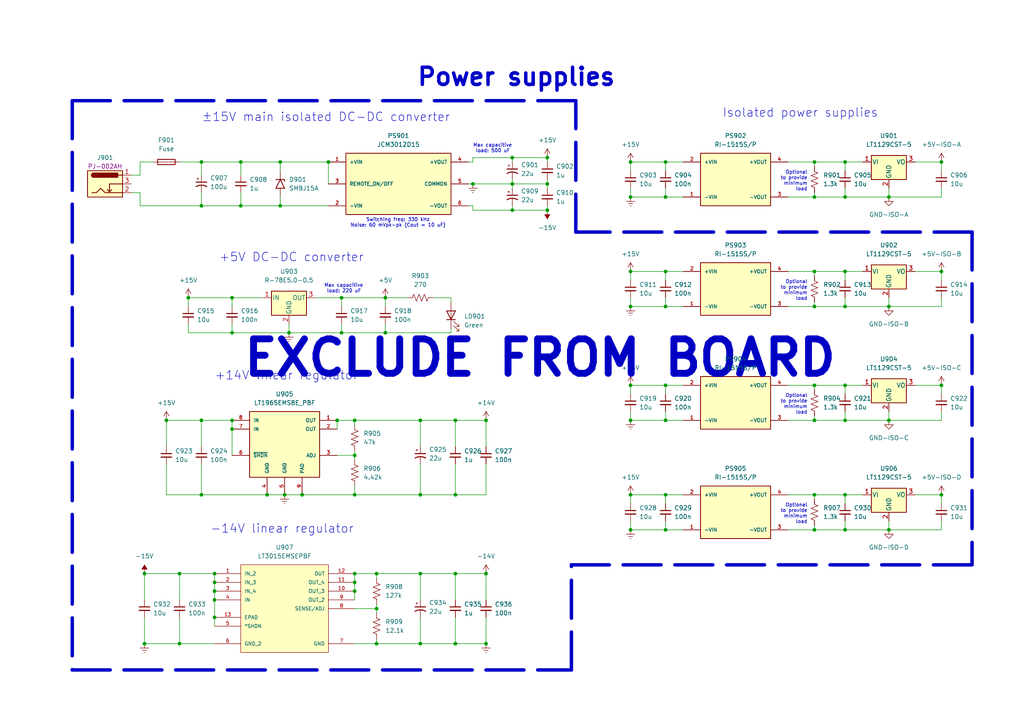
<source format=kicad_sch>
(kicad_sch (version 20211123) (generator eeschema)
  (paper "A4")
  (title_block (title "Power Supplies") (rev "v1.0.0") (company "CNPEM - Brazilian Center for Research in Energy and Materials") (comment 1 "Group: ENT/AIS") (comment 2 "Authors: Gabriel Brunheira / Samuel Fraga"))
  (junction (at 257.81 153.67))
  (junction (at 69.85 59.69))
  (junction (at 236.22 78.74))
  (junction (at 52.07 186.69))
  (junction (at 236.22 111.76))
  (junction (at 121.92 143.51))
  (junction (at 102.87 132.08))
  (junction (at 121.92 121.92))
  (junction (at 62.23 168.91))
  (junction (at 132.08 121.92))
  (junction (at 102.87 171.45))
  (junction (at 273.05 111.76))
  (junction (at 245.11 153.67))
  (junction (at 99.06 96.52))
  (junction (at 67.31 86.36))
  (junction (at 99.06 86.36))
  (junction (at 52.07 166.37))
  (junction (at 140.97 166.37))
  (junction (at 273.05 78.74))
  (junction (at 81.28 46.99))
  (junction (at 83.82 96.52))
  (junction (at 121.92 166.37))
  (junction (at 236.22 46.99))
  (junction (at 102.87 143.51))
  (junction (at 245.11 46.99))
  (junction (at 58.42 143.51))
  (junction (at 81.28 59.69))
  (junction (at 182.88 78.74))
  (junction (at 132.08 166.37))
  (junction (at 245.11 57.15))
  (junction (at 109.22 166.37))
  (junction (at 236.22 121.92))
  (junction (at 69.85 46.99))
  (junction (at 111.76 96.52))
  (junction (at 245.11 111.76))
  (junction (at 193.04 46.99))
  (junction (at 158.75 53.34))
  (junction (at 158.75 45.72))
  (junction (at 236.22 143.51))
  (junction (at 236.22 57.15))
  (junction (at 193.04 88.9))
  (junction (at 193.04 143.51))
  (junction (at 58.42 59.69))
  (junction (at 62.23 166.37))
  (junction (at 182.88 143.51))
  (junction (at 102.87 166.37))
  (junction (at 58.42 46.99))
  (junction (at 41.91 166.37))
  (junction (at 132.08 143.51))
  (junction (at 182.88 153.67))
  (junction (at 193.04 57.15))
  (junction (at 62.23 171.45))
  (junction (at 48.26 121.92))
  (junction (at 82.55 143.51))
  (junction (at 193.04 153.67))
  (junction (at 62.23 179.07))
  (junction (at 137.16 53.34))
  (junction (at 273.05 46.99))
  (junction (at 58.42 121.92))
  (junction (at 132.08 186.69))
  (junction (at 245.11 88.9))
  (junction (at 102.87 121.92))
  (junction (at 67.31 96.52))
  (junction (at 182.88 46.99))
  (junction (at 148.59 60.96))
  (junction (at 95.25 46.99))
  (junction (at 245.11 121.92))
  (junction (at 193.04 78.74))
  (junction (at 77.47 143.51))
  (junction (at 182.88 111.76))
  (junction (at 193.04 121.92))
  (junction (at 140.97 121.92))
  (junction (at 193.04 111.76))
  (junction (at 62.23 173.99))
  (junction (at 257.81 121.92))
  (junction (at 245.11 78.74))
  (junction (at 102.87 168.91))
  (junction (at 158.75 60.96))
  (junction (at 182.88 88.9))
  (junction (at 111.76 86.36))
  (junction (at 257.81 57.15))
  (junction (at 140.97 186.69))
  (junction (at 54.61 86.36))
  (junction (at 121.92 186.69))
  (junction (at 257.81 88.9))
  (junction (at 67.31 124.46))
  (junction (at 109.22 176.53))
  (junction (at 245.11 143.51))
  (junction (at 41.91 186.69))
  (junction (at 67.31 121.92))
  (junction (at 87.63 143.51))
  (junction (at 236.22 88.9))
  (junction (at 182.88 121.92))
  (junction (at 97.79 121.92))
  (junction (at 182.88 57.15))
  (junction (at 109.22 186.69))
  (junction (at 148.59 53.34))
  (junction (at 273.05 143.51))
  (junction (at 236.22 153.67))
  (junction (at 148.59 45.72))
  (wire (pts (xy 77.47 143.51) (xy 58.42 143.51)))
  (wire (pts (xy 41.91 166.37) (xy 52.07 166.37)))
  (wire (pts (xy 193.04 86.36) (xy 193.04 88.9)))
  (wire (pts (xy 182.88 46.99) (xy 193.04 46.99)))
  (polyline (pts (xy 20.955 29.21) (xy 20.955 194.31)) (stroke (width 1)))
  (wire (pts (xy 182.88 86.36) (xy 182.88 88.9)))
  (wire (pts (xy 102.87 140.97) (xy 102.87 143.51)))
  (wire (pts (xy 52.07 179.07) (xy 52.07 186.69)))
  (wire (pts (xy 69.85 59.69) (xy 58.42 59.69)))
  (wire (pts (xy 69.85 55.88) (xy 69.85 59.69)))
  (wire (pts (xy 109.22 186.69) (xy 121.92 186.69)))
  (wire (pts (xy 273.05 86.36) (xy 273.05 88.9)))
  (wire (pts (xy 48.26 121.92) (xy 58.42 121.92)))
  (wire (pts (xy 228.6 153.67) (xy 236.22 153.67)))
  (wire (pts (xy 132.08 166.37) (xy 140.97 166.37)))
  (wire (pts (xy 132.08 134.62) (xy 132.08 143.51)))
  (wire (pts (xy 97.79 132.08) (xy 102.87 132.08)))
  (wire (pts (xy 273.05 119.38) (xy 273.05 121.92)))
  (wire (pts (xy 245.11 111.76) (xy 245.11 114.3)))
  (wire (pts (xy 228.6 88.9) (xy 236.22 88.9)))
  (wire (pts (xy 182.88 121.92) (xy 193.04 121.92)))
  (wire (pts (xy 236.22 143.51) (xy 245.11 143.51)))
  (wire (pts (xy 245.11 46.99) (xy 245.11 49.53)))
  (wire (pts (xy 182.88 46.99) (xy 182.88 49.53)))
  (wire (pts (xy 58.42 121.92) (xy 58.42 129.54)))
  (wire (pts (xy 69.85 59.69) (xy 81.28 59.69)))
  (wire (pts (xy 257.81 57.15) (xy 273.05 57.15)))
  (wire (pts (xy 58.42 134.62) (xy 58.42 143.51)))
  (wire (pts (xy 182.88 151.13) (xy 182.88 153.67)))
  (wire (pts (xy 81.28 59.69) (xy 95.25 59.69)))
  (wire (pts (xy 67.31 86.36) (xy 76.2 86.36)))
  (wire (pts (xy 48.26 121.92) (xy 48.26 129.54)))
  (wire (pts (xy 58.42 143.51) (xy 48.26 143.51)))
  (wire (pts (xy 54.61 96.52) (xy 67.31 96.52)))
  (wire (pts (xy 140.97 179.07) (xy 140.97 186.69)))
  (wire (pts (xy 182.88 88.9) (xy 193.04 88.9)))
  (wire (pts (xy 97.79 121.92) (xy 97.79 124.46)))
  (wire (pts (xy 148.59 45.72) (xy 148.59 46.99)))
  (wire (pts (xy 111.76 93.98) (xy 111.76 96.52)))
  (wire (pts (xy 41.91 186.69) (xy 52.07 186.69)))
  (wire (pts (xy 236.22 46.99) (xy 236.22 48.26)))
  (wire (pts (xy 182.88 143.51) (xy 182.88 146.05)))
  (wire (pts (xy 69.85 46.99) (xy 69.85 50.8)))
  (wire (pts (xy 109.22 176.53) (xy 109.22 177.8)))
  (wire (pts (xy 121.92 121.92) (xy 132.08 121.92)))
  (wire (pts (xy 137.16 45.72) (xy 148.59 45.72)))
  (wire (pts (xy 99.06 86.36) (xy 111.76 86.36)))
  (wire (pts (xy 182.88 143.51) (xy 193.04 143.51)))
  (polyline (pts (xy 20.955 194.31) (xy 165.735 194.31)) (stroke (width 1)))
  (wire (pts (xy 67.31 121.92) (xy 67.31 124.46)))
  (wire (pts (xy 130.81 87.63) (xy 130.81 86.36)))
  (wire (pts (xy 99.06 86.36) (xy 99.06 88.9)))
  (wire (pts (xy 40.64 50.8) (xy 40.64 46.99)))
  (wire (pts (xy 132.08 121.92) (xy 132.08 129.54)))
  (polyline (pts (xy 281.94 67.31) (xy 167.005 67.31)) (stroke (width 1)))
  (wire (pts (xy 95.25 46.99) (xy 95.25 53.34)))
  (wire (pts (xy 102.87 168.91) (xy 102.87 171.45)))
  (wire (pts (xy 273.05 78.74) (xy 273.05 81.28)))
  (wire (pts (xy 132.08 121.92) (xy 140.97 121.92)))
  (wire (pts (xy 81.28 46.99) (xy 95.25 46.99)))
  (wire (pts (xy 40.64 55.88) (xy 38.1 55.88)))
  (wire (pts (xy 102.87 186.69) (xy 109.22 186.69)))
  (wire (pts (xy 99.06 96.52) (xy 111.76 96.52)))
  (wire (pts (xy 273.05 46.99) (xy 273.05 49.53)))
  (wire (pts (xy 193.04 151.13) (xy 193.04 153.67)))
  (wire (pts (xy 130.81 86.36) (xy 125.73 86.36)))
  (wire (pts (xy 265.43 111.76) (xy 273.05 111.76)))
  (wire (pts (xy 58.42 46.99) (xy 58.42 50.8)))
  (wire (pts (xy 62.23 179.07) (xy 62.23 181.61)))
  (wire (pts (xy 236.22 87.63) (xy 236.22 88.9)))
  (wire (pts (xy 193.04 78.74) (xy 193.04 81.28)))
  (wire (pts (xy 62.23 168.91) (xy 62.23 171.45)))
  (wire (pts (xy 137.16 46.99) (xy 135.89 46.99)))
  (wire (pts (xy 58.42 55.88) (xy 58.42 59.69)))
  (wire (pts (xy 102.87 176.53) (xy 109.22 176.53)))
  (wire (pts (xy 236.22 121.92) (xy 245.11 121.92)))
  (wire (pts (xy 257.81 151.13) (xy 257.81 153.67)))
  (wire (pts (xy 62.23 171.45) (xy 62.23 173.99)))
  (wire (pts (xy 137.16 60.96) (xy 148.59 60.96)))
  (polyline (pts (xy 165.735 163.83) (xy 281.94 163.83)) (stroke (width 1)))
  (wire (pts (xy 69.85 46.99) (xy 81.28 46.99)))
  (wire (pts (xy 102.87 166.37) (xy 109.22 166.37)))
  (wire (pts (xy 236.22 111.76) (xy 236.22 113.03)))
  (wire (pts (xy 182.88 153.67) (xy 193.04 153.67)))
  (wire (pts (xy 193.04 78.74) (xy 198.12 78.74)))
  (wire (pts (xy 236.22 57.15) (xy 245.11 57.15)))
  (polyline (pts (xy 281.94 67.31) (xy 281.94 163.83)) (stroke (width 1)))
  (wire (pts (xy 228.6 57.15) (xy 236.22 57.15)))
  (wire (pts (xy 130.81 95.25) (xy 130.81 96.52)))
  (wire (pts (xy 228.6 121.92) (xy 236.22 121.92)))
  (wire (pts (xy 182.88 57.15) (xy 193.04 57.15)))
  (wire (pts (xy 102.87 132.08) (xy 102.87 133.35)))
  (wire (pts (xy 52.07 46.99) (xy 58.42 46.99)))
  (wire (pts (xy 245.11 153.67) (xy 257.81 153.67)))
  (wire (pts (xy 193.04 111.76) (xy 193.04 114.3)))
  (wire (pts (xy 54.61 86.36) (xy 54.61 88.9)))
  (wire (pts (xy 40.64 59.69) (xy 58.42 59.69)))
  (wire (pts (xy 245.11 121.92) (xy 257.81 121.92)))
  (wire (pts (xy 193.04 46.99) (xy 193.04 49.53)))
  (wire (pts (xy 67.31 86.36) (xy 67.31 88.9)))
  (wire (pts (xy 236.22 46.99) (xy 245.11 46.99)))
  (wire (pts (xy 273.05 54.61) (xy 273.05 57.15)))
  (wire (pts (xy 245.11 78.74) (xy 250.19 78.74)))
  (wire (pts (xy 140.97 134.62) (xy 140.97 143.51)))
  (wire (pts (xy 137.16 53.34) (xy 148.59 53.34)))
  (wire (pts (xy 67.31 96.52) (xy 83.82 96.52)))
  (wire (pts (xy 109.22 166.37) (xy 121.92 166.37)))
  (wire (pts (xy 140.97 121.92) (xy 140.97 129.54)))
  (wire (pts (xy 182.88 78.74) (xy 182.88 81.28)))
  (wire (pts (xy 228.6 143.51) (xy 236.22 143.51)))
  (wire (pts (xy 102.87 166.37) (xy 102.87 168.91)))
  (wire (pts (xy 148.59 59.69) (xy 148.59 60.96)))
  (wire (pts (xy 102.87 121.92) (xy 102.87 123.19)))
  (wire (pts (xy 228.6 111.76) (xy 236.22 111.76)))
  (wire (pts (xy 245.11 46.99) (xy 250.19 46.99)))
  (wire (pts (xy 137.16 59.69) (xy 137.16 60.96)))
  (wire (pts (xy 52.07 166.37) (xy 62.23 166.37)))
  (wire (pts (xy 132.08 179.07) (xy 132.08 186.69)))
  (wire (pts (xy 265.43 46.99) (xy 273.05 46.99)))
  (wire (pts (xy 158.75 45.72) (xy 158.75 46.99)))
  (wire (pts (xy 41.91 179.07) (xy 41.91 186.69)))
  (wire (pts (xy 236.22 78.74) (xy 245.11 78.74)))
  (wire (pts (xy 193.04 119.38) (xy 193.04 121.92)))
  (polyline (pts (xy 167.005 67.31) (xy 167.005 29.21)) (stroke (width 1)))
  (wire (pts (xy 102.87 130.81) (xy 102.87 132.08)))
  (wire (pts (xy 193.04 153.67) (xy 198.12 153.67)))
  (wire (pts (xy 265.43 143.51) (xy 273.05 143.51)))
  (wire (pts (xy 52.07 186.69) (xy 62.23 186.69)))
  (wire (pts (xy 54.61 93.98) (xy 54.61 96.52)))
  (wire (pts (xy 48.26 143.51) (xy 48.26 134.62)))
  (wire (pts (xy 40.64 46.99) (xy 44.45 46.99)))
  (wire (pts (xy 102.87 171.45) (xy 102.87 173.99)))
  (wire (pts (xy 58.42 121.92) (xy 67.31 121.92)))
  (wire (pts (xy 245.11 119.38) (xy 245.11 121.92)))
  (wire (pts (xy 87.63 143.51) (xy 102.87 143.51)))
  (wire (pts (xy 245.11 151.13) (xy 245.11 153.67)))
  (wire (pts (xy 121.92 186.69) (xy 132.08 186.69)))
  (wire (pts (xy 257.81 88.9) (xy 273.05 88.9)))
  (wire (pts (xy 257.81 153.67) (xy 273.05 153.67)))
  (wire (pts (xy 137.16 59.69) (xy 135.89 59.69)))
  (wire (pts (xy 62.23 166.37) (xy 62.23 168.91)))
  (wire (pts (xy 193.04 111.76) (xy 198.12 111.76)))
  (wire (pts (xy 102.87 121.92) (xy 121.92 121.92)))
  (wire (pts (xy 228.6 78.74) (xy 236.22 78.74)))
  (wire (pts (xy 236.22 152.4) (xy 236.22 153.67)))
  (wire (pts (xy 121.92 179.07) (xy 121.92 186.69)))
  (wire (pts (xy 54.61 86.36) (xy 67.31 86.36)))
  (wire (pts (xy 245.11 86.36) (xy 245.11 88.9)))
  (wire (pts (xy 140.97 166.37) (xy 140.97 173.99)))
  (wire (pts (xy 236.22 120.65) (xy 236.22 121.92)))
  (wire (pts (xy 236.22 78.74) (xy 236.22 80.01)))
  (wire (pts (xy 81.28 46.99) (xy 81.28 49.53)))
  (wire (pts (xy 245.11 143.51) (xy 250.19 143.51)))
  (wire (pts (xy 121.92 134.62) (xy 121.92 143.51)))
  (wire (pts (xy 121.92 143.51) (xy 132.08 143.51)))
  (wire (pts (xy 109.22 166.37) (xy 109.22 167.64)))
  (wire (pts (xy 193.04 143.51) (xy 198.12 143.51)))
  (wire (pts (xy 137.16 46.99) (xy 137.16 45.72)))
  (wire (pts (xy 111.76 86.36) (xy 111.76 88.9)))
  (wire (pts (xy 81.28 57.15) (xy 81.28 59.69)))
  (wire (pts (xy 121.92 166.37) (xy 132.08 166.37)))
  (wire (pts (xy 148.59 52.07) (xy 148.59 53.34)))
  (wire (pts (xy 135.89 53.34) (xy 137.16 53.34)))
  (wire (pts (xy 273.05 143.51) (xy 273.05 146.05)))
  (wire (pts (xy 158.75 53.34) (xy 158.75 54.61)))
  (wire (pts (xy 118.11 86.36) (xy 111.76 86.36)))
  (wire (pts (xy 41.91 166.37) (xy 41.91 173.99)))
  (wire (pts (xy 97.79 121.92) (xy 102.87 121.92)))
  (wire (pts (xy 132.08 186.69) (xy 140.97 186.69)))
  (wire (pts (xy 257.81 86.36) (xy 257.81 88.9)))
  (wire (pts (xy 83.82 93.98) (xy 83.82 96.52)))
  (wire (pts (xy 236.22 153.67) (xy 245.11 153.67)))
  (wire (pts (xy 193.04 46.99) (xy 198.12 46.99)))
  (wire (pts (xy 91.44 86.36) (xy 99.06 86.36)))
  (wire (pts (xy 121.92 166.37) (xy 121.92 173.99)))
  (wire (pts (xy 40.64 55.88) (xy 40.64 59.69)))
  (polyline (pts (xy 165.735 194.31) (xy 165.735 163.83)) (stroke (width 1)))
  (wire (pts (xy 99.06 93.98) (xy 99.06 96.52)))
  (wire (pts (xy 182.88 54.61) (xy 182.88 57.15)))
  (wire (pts (xy 236.22 111.76) (xy 245.11 111.76)))
  (wire (pts (xy 52.07 166.37) (xy 52.07 173.99)))
  (wire (pts (xy 182.88 78.74) (xy 193.04 78.74)))
  (wire (pts (xy 182.88 119.38) (xy 182.88 121.92)))
  (wire (pts (xy 182.88 111.76) (xy 182.88 114.3)))
  (wire (pts (xy 193.04 143.51) (xy 193.04 146.05)))
  (wire (pts (xy 245.11 88.9) (xy 257.81 88.9)))
  (wire (pts (xy 273.05 111.76) (xy 273.05 114.3)))
  (wire (pts (xy 102.87 143.51) (xy 121.92 143.51)))
  (wire (pts (xy 236.22 55.88) (xy 236.22 57.15)))
  (wire (pts (xy 158.75 59.69) (xy 158.75 60.96)))
  (wire (pts (xy 265.43 78.74) (xy 273.05 78.74)))
  (wire (pts (xy 148.59 53.34) (xy 148.59 54.61)))
  (wire (pts (xy 245.11 111.76) (xy 250.19 111.76)))
  (wire (pts (xy 257.81 54.61) (xy 257.81 57.15)))
  (wire (pts (xy 83.82 96.52) (xy 99.06 96.52)))
  (wire (pts (xy 148.59 53.34) (xy 158.75 53.34)))
  (wire (pts (xy 193.04 54.61) (xy 193.04 57.15)))
  (wire (pts (xy 77.47 143.51) (xy 82.55 143.51)))
  (wire (pts (xy 109.22 175.26) (xy 109.22 176.53)))
  (wire (pts (xy 58.42 46.99) (xy 69.85 46.99)))
  (wire (pts (xy 245.11 57.15) (xy 257.81 57.15)))
  (polyline (pts (xy 167.005 29.21) (xy 20.955 29.21)) (stroke (width 1) (type dash)))
  (wire (pts (xy 132.08 143.51) (xy 140.97 143.51)))
  (wire (pts (xy 245.11 143.51) (xy 245.11 146.05)))
  (wire (pts (xy 245.11 54.61) (xy 245.11 57.15)))
  (wire (pts (xy 182.88 111.76) (xy 193.04 111.76)))
  (wire (pts (xy 236.22 143.51) (xy 236.22 144.78)))
  (wire (pts (xy 273.05 151.13) (xy 273.05 153.67)))
  (wire (pts (xy 62.23 173.99) (xy 62.23 179.07)))
  (wire (pts (xy 130.81 96.52) (xy 111.76 96.52)))
  (wire (pts (xy 236.22 88.9) (xy 245.11 88.9)))
  (wire (pts (xy 257.81 121.92) (xy 273.05 121.92)))
  (wire (pts (xy 148.59 60.96) (xy 158.75 60.96)))
  (wire (pts (xy 109.22 185.42) (xy 109.22 186.69)))
  (wire (pts (xy 257.81 119.38) (xy 257.81 121.92)))
  (wire (pts (xy 67.31 93.98) (xy 67.31 96.52)))
  (wire (pts (xy 121.92 121.92) (xy 121.92 129.54)))
  (wire (pts (xy 193.04 121.92) (xy 198.12 121.92)))
  (wire (pts (xy 245.11 78.74) (xy 245.11 81.28)))
  (wire (pts (xy 193.04 88.9) (xy 198.12 88.9)))
  (wire (pts (xy 82.55 143.51) (xy 87.63 143.51)))
  (wire (pts (xy 67.31 124.46) (xy 67.31 132.08)))
  (wire (pts (xy 228.6 46.99) (xy 236.22 46.99)))
  (wire (pts (xy 193.04 57.15) (xy 198.12 57.15)))
  (wire (pts (xy 132.08 166.37) (xy 132.08 173.99)))
  (wire (pts (xy 148.59 45.72) (xy 158.75 45.72)))
  (wire (pts (xy 40.64 50.8) (xy 38.1 50.8)))
  (wire (pts (xy 158.75 52.07) (xy 158.75 53.34)))
  (text "Optional\nto provide\nminimum\nload" (at 234.2263 120.2823 180) (effects (font (size 1 1)) (justify right bottom)))
  (text "Optional\nto provide\nminimum\nload" (at 234.2263 55.5123 180) (effects (font (size 1 1)) (justify right bottom)))
  (text "-14V linear regulator\n" (at 60.96 154.94 0) (effects (font (size 2.5 2.5)) (justify left bottom)))
  (text "Max capacitive \n load: 220 uF" (at 93.98 85.09 0) (effects (font (size 1 1)) (justify left bottom)))
  (text "±15V main isolated DC-DC converter" (at 58.42 35.56 0) (effects (font (size 2.5 2.5)) (justify left bottom)))
  (text "Isolated power supplies" (at 209.55 34.29 0) (effects (font (size 2.5 2.5)) (justify left bottom)))
  (text "Power supplies" (at 120.65 25.4 0) (effects (font (size 5 5) (thickness 1) bold) (justify left bottom)))
  (text "+5V DC-DC converter" (at 63.5 76.2 0) (effects (font (size 2.5 2.5)) (justify left bottom)))
  (text "+14V linear regulator\n" (at 62.23 110.49 0) (effects (font (size 2.5 2.5)) (justify left bottom)))
  (text "Max capacitive \n load: 500 uF" (at 137.16 44.45 0) (effects (font (size 1 1)) (justify left bottom)))
  (text "EXCLUDE FROM BOARD" (at 69.85 109.855 0) (effects (font (size 10 10) (thickness 2) bold) (justify left bottom)))
  (text "Optional\nto provide\nminimum\nload" (at 234.2263 87.2623 180) (effects (font (size 1 1)) (justify right bottom)))
  (text "      Switching freq: 330 kHz\nNoise: 60 mVpk-pk (Cout = 10 uF)\n" (at 101.6 66.04 0) (effects (font (size 1 1)) (justify left bottom)))
  (text "Optional\nto provide\nminimum\nload" (at 234.2263 152.0323 180) (effects (font (size 1 1)) (justify right bottom)))
  (symbol (lib_id "Device:R_US") (at 102.87 127 0) (unit 1) (on_board no)
    (property "Reference" "R905" (at 105.41 125.7299 0) (effects (justify left)))
    (property "Value" "47k" (at 105.41 128.2699 0) (effects (justify left)))
    (property "Footprint" "Resistor_SMD:R_0603_1608Metric_Pad0.98x0.95mm_HandSolder" (effects hide))
    (property "Datasheet" "https://industrial.panasonic.com/cdbs/www-data/pdf/RDM0000/AOA0000C307.pdf" (effects hide))
    (property "Description" "Resistor 47k 0.1% 0.1W SMD 0603" (effects hide))
    (property "Part Number" "ERA-3AEB473V" (effects hide))
    (property "Manufacturer" "Panasonic Electronic Components" (effects hide))
    (property "CNPEM Code" "AP107380" (effects hide))
    (property "Vendor Link" "https://www.digikey.com/en/products/detail/ERA-3AEB473V/P47KDBCT-ND/1466092" (effects hide))
  )
  (symbol (lib_id "qds-cv-lib-sym:GND-ISO-C") (at 257.81 121.92 0) (unit 1) (on_board no)
    (property "Reference" "#PWR0920" (effects hide))
    (property "Value" "GND-ISO-C" (at 257.81 127 0))
  )
  (symbol (lib_id "power:+15V") (at 182.88 111.76 0) (unit 1) (on_board no)
    (property "Reference" "#PWR0915" (effects hide))
    (property "Value" "+15V" (at 182.88 106.68 0))
  )
  (symbol (lib_id "Device:C_Small") (at 245.11 116.84 0) (unit 1) (on_board no)
    (property "Reference" "C921" (at 247.65 115.5762 0) (effects (justify left)))
    (property "Value" "10u" (at 247.65 118.1162 0) (effects (justify left)))
    (property "Footprint" "Capacitor_SMD:C_0805_2012Metric_Pad1.18x1.45mm_HandSolder" (effects hide))
    (property "Datasheet" "https://product.tdk.com/system/files/dam/doc/product/capacitor/ceramic/mlcc/catalog/mlcc_commercial_general_en.pdf" (effects hide))
    (property "Description" "Ceramic Capacitor 10uF 35V 10% SMD 0805 X5R" (effects hide))
    (property "Part Number" "C2012X5R1V106K085AC" (effects hide))
    (property "Manufacturer" "TDK" (effects hide))
    (property "CNPEM Code" "AP105062" (effects hide))
    (property "Vendor Link" "https://br.mouser.com/ProductDetail/TDK/C2012X5R1V106K085AC?qs=6JAMGB%252BEdky%252BlYMcTLhFyA%3D%3D&gclid=CjwKCAjwzuqgBhAcEiwAdj5dRnUgsoeER-xcgyV3p-https://br.mouser.com/ProductDetail/TDK/C2012X5R1V106K085AC?qs=6JAMGB%252BEdky%252BlYMcTLhFyA%3D%3D" (effects hide))
  )
  (symbol (lib_id "power:Earth") (at 182.88 153.67 0) (unit 1) (on_board no)
    (property "Reference" "#PWR0924" (effects hide))
    (property "Value" "Earth" (effects hide))
  )
  (symbol (lib_id "Device:C_Small") (at 54.61 91.44 0) (unit 1) (on_board no)
    (property "Reference" "C915" (at 57.15 90.1762 0) (effects (justify left)))
    (property "Value" "10u" (at 57.15 92.7162 0) (effects (justify left)))
    (property "Footprint" "Capacitor_SMD:C_0805_2012Metric_Pad1.18x1.45mm_HandSolder" (effects hide))
    (property "Datasheet" "https://product.tdk.com/system/files/dam/doc/product/capacitor/ceramic/mlcc/catalog/mlcc_commercial_general_en.pdf" (effects hide))
    (property "Description" "Ceramic Capacitor 10uF 35V 10% SMD 0805 X5R" (effects hide))
    (property "Part Number" "C2012X5R1V106K085AC" (effects hide))
    (property "Manufacturer" "TDK" (effects hide))
    (property "CNPEM Code" "AP105062" (effects hide))
    (property "Vendor Link" "https://br.mouser.com/ProductDetail/TDK/C2012X5R1V106K085AC?qs=6JAMGB%252BEdky%252BlYMcTLhFyA%3D%3D&gclid=CjwKCAjwzuqgBhAcEiwAdj5dRnUgsoeER-xcgyV3p-https://br.mouser.com/ProductDetail/TDK/C2012X5R1V106K085AC?qs=6JAMGB%252BEdky%252BlYMcTLhFyA%3D%3D" (effects hide))
  )
  (symbol (lib_id "Device:C_Small") (at 193.04 116.84 0) (unit 1) (on_board no)
    (property "Reference" "C920" (at 195.58 115.5762 0) (effects (justify left)))
    (property "Value" "100n" (at 195.58 118.1162 0) (effects (justify left)))
    (property "Footprint" "Capacitor_SMD:C_0603_1608Metric_Pad1.08x0.95mm_HandSolder" (effects hide))
    (property "Datasheet" "https://product.tdk.com/system/files/dam/doc/product/capacitor/ceramic/mlcc/catalog/mlcc_commercial_general_en.pdf" (effects hide))
    (property "Part Number" "C1608X7R1H104K080AA" (effects hide))
    (property "CNPEM Code" "AP107349" (effects hide))
    (property "Description" "Ceramic Capacitor 100nF 50V 10% SMD 0603 X7R" (effects hide))
    (property "Manufacturer" "TDK" (effects hide))
    (property "Vendor Link" "https://br.mouser.com/ProductDetail/TDK/C1608X7R1H104K080AA?qs=NRhsANhppD8dEJli2CDBHA%3D%3D" (effects hide))
  )
  (symbol (lib_id "power:Earth") (at 182.88 121.92 0) (unit 1) (on_board no)
    (property "Reference" "#PWR0919" (effects hide))
    (property "Value" "Earth" (effects hide))
  )
  (symbol (lib_id "Device:C_Small") (at 273.05 52.07 0) (unit 1)
    (property "Reference" "C906" (at 275.59 50.8062 0) (effects (justify left)))
    (property "Value" "10u" (at 275.59 53.3462 0) (effects (justify left)))
    (property "Footprint" "Capacitor_SMD:C_0805_2012Metric_Pad1.18x1.45mm_HandSolder" (effects hide))
    (property "Datasheet" "https://product.tdk.com/system/files/dam/doc/product/capacitor/ceramic/mlcc/catalog/mlcc_commercial_general_en.pdf" (effects hide))
    (property "Description" "Ceramic Capacitor 10uF 35V 10% SMD 0805 X5R" (effects hide))
    (property "Part Number" "C2012X5R1V106K085AC" (effects hide))
    (property "Manufacturer" "TDK" (effects hide))
    (property "CNPEM Code" "AP105062" (effects hide))
    (property "Vendor Link" "https://br.mouser.com/ProductDetail/TDK/C2012X5R1V106K085AC?qs=6JAMGB%252BEdky%252BlYMcTLhFyA%3D%3D&gclid=CjwKCAjwzuqgBhAcEiwAdj5dRnUgsoeER-xcgyV3p-https://br.mouser.com/ProductDetail/TDK/C2012X5R1V106K085AC?qs=6JAMGB%252BEdky%252BlYMcTLhFyA%3D%3D" (effects hide))
  )
  (symbol (lib_id "power:Earth") (at 82.55 143.51 0) (unit 1) (on_board no)
    (property "Reference" "#PWR0921" (effects hide))
    (property "Value" "Earth" (effects hide))
  )
  (symbol (lib_id "qds-cv-lib-sym:GND-ISO-A") (at 257.81 57.15 0) (unit 1)
    (property "Reference" "#PWR0906" (effects hide))
    (property "Value" "GND-ISO-A" (at 257.81 62.23 0))
  )
  (symbol (lib_id "Device:C_Small") (at 99.06 91.44 0) (unit 1) (on_board no)
    (property "Reference" "C917" (at 101.6 90.1762 0) (effects (justify left)))
    (property "Value" "10u" (at 101.6 92.7162 0) (effects (justify left)))
    (property "Footprint" "Capacitor_SMD:C_0805_2012Metric_Pad1.18x1.45mm_HandSolder" (effects hide))
    (property "Datasheet" "https://product.tdk.com/system/files/dam/doc/product/capacitor/ceramic/mlcc/catalog/mlcc_commercial_general_en.pdf" (effects hide))
    (property "Description" "Ceramic Capacitor 10uF 35V 10% SMD 0805 X5R" (effects hide))
    (property "Part Number" "C2012X5R1V106K085AC" (effects hide))
    (property "Manufacturer" "TDK" (effects hide))
    (property "CNPEM Code" "AP105062" (effects hide))
    (property "Vendor Link" "https://br.mouser.com/ProductDetail/TDK/C2012X5R1V106K085AC?qs=6JAMGB%252BEdky%252BlYMcTLhFyA%3D%3D&gclid=CjwKCAjwzuqgBhAcEiwAdj5dRnUgsoeER-xcgyV3p-https://br.mouser.com/ProductDetail/TDK/C2012X5R1V106K085AC?qs=6JAMGB%252BEdky%252BlYMcTLhFyA%3D%3D" (effects hide))
  )
  (symbol (lib_id "Regulator_Switching:R-78E5.0-0.5") (at 83.82 86.36 0) (unit 1) (on_board no)
    (property "Reference" "U903" (at 83.82 78.74 0))
    (property "Value" "R-78E5.0-0.5" (at 83.82 81.28 0))
    (property "Footprint" "Converter_DCDC:Converter_DCDC_RECOM_R-78E-0.5_THT" (effects hide))
    (property "Datasheet" "https://www.recom-power.com/pdf/Innoline/R-78Exx-0.5.pdf" (effects hide))
    (property "Part Number" "R-78E5.0-0.5" (effects hide))
    (property "Manufacturer" "Recom Power" (effects hide))
    (property "Description" "+5 V DC/DC Converter, 500 mA Output Current, +5 V Nominal Input" (effects hide))
    (property "Vendor Link" "https://br.mouser.com/ProductDetail/RECOM-Power/R-78E50-05?qs=JeAkOuORR2UvBuiB2kZVZQ%3D%3D&gclid=Cj0KCQjwiZqhBhCJARIsACHHEH_NbSJJB9e6vdcT0aTcWEtQE5tkMvkBvVBwffNsRB4JWYA0oIUT_vkaAlKoEALw_wcB" (effects hide))
  )
  (symbol (lib_id "power:Earth") (at 137.16 53.34 0) (unit 1) (on_board no)
    (property "Reference" "#PWR0904" (effects hide))
    (property "Value" "Earth" (effects hide))
  )
  (symbol (lib_id "Regulator_Linear:LT1129-5.0_SOT223") (at 257.81 111.76 0) (unit 1) (on_board no)
    (property "Reference" "U904" (at 257.81 104.14 0))
    (property "Value" "LT1129CST-5" (at 257.81 106.68 0))
    (property "Footprint" "Package_TO_SOT_SMD:SOT-223-3_TabPin2" (effects hide))
    (property "Datasheet" "https://www.analog.com/media/en/technical-documentation/data-sheets/112935ff.pdf" (effects hide))
    (property "Description" "Micropower Low Dropout Regulator with Shutdown" (effects hide))
    (property "Part Number" "LT1129CST-5#TRPBF" (effects hide))
    (property "Manufacturer" "Analog Devices Inc." (effects hide))
    (property "CNPEM Code" "AR100794" (effects hide))
    (property "Vendor Link" "https://br.mouser.com/ProductDetail/Analog-Devices/LT1129CST-5TRPBF?qs=ytflclh7QUXTaIWplDn7YA%3D%3D" (effects hide))
  )
  (symbol (lib_id "Device:R_US") (at 236.22 52.07 0) (unit 1)
    (property "Reference" "R901" (at 238.76 50.7999 0) (effects (justify left)))
    (property "Value" "1.3k" (at 238.76 53.3399 0) (effects (justify left)))
    (property "Footprint" "Resistor_SMD:R_0805_2012Metric_Pad1.20x1.40mm_HandSolder" (effects hide))
    (property "Datasheet" "https://industrial.panasonic.com/cdbs/www-data/pdf/RDO0000/AOA0000C331.pdf" (effects hide))
    (property "Description" "Resistor 1k3 5% 0.5W SMD 0803" (effects hide))
    (property "Part Number" "ERJ-P06J132V" (effects hide))
    (property "Manufacturer" "Panasonic Electronic Components" (effects hide))
    (property "CNPEM Code" "AP107386" (effects hide))
    (property "Vendor Link" "https://br.mouser.com/ProductDetail/Panasonic/ERJ-P06J132V?qs=Zyl8A9hlmJpYkZqgyEm%252BpQ%3D%3D" (effects hide))
  )
  (symbol (lib_id "Device:C_Small") (at 69.85 53.34 0) (unit 1) (on_board no)
    (property "Reference" "C908" (at 72.39 52.0762 0) (effects (justify left)))
    (property "Value" "1u" (at 72.39 54.6162 0) (effects (justify left)))
    (property "Footprint" "Capacitor_SMD:C_0805_2012Metric_Pad1.18x1.45mm_HandSolder" (effects hide))
    (property "Datasheet" "https://product.tdk.com/system/files/dam/doc/product/capacitor/ceramic/mlcc/catalog/mlcc_commercial_general_en.pdf" (effects hide))
    (property "Part Number" "C2012X5R1E105K085AC" (effects hide))
    (property "CNPEM Code" "AP107354" (effects hide))
    (property "Description" "Ceramic Capacitor 1uF 25V 10% SMD 0805 X5R" (effects hide))
    (property "Manufacturer" "TDK" (effects hide))
    (property "Vendor Link" "https://www.digikey.com/en/products/detail/tdk-corporation/C2012X5R1E105K085AC/2733059?s=N4IgTCBcDaIMJgAwEYwA0CsAlZBRZiGA0ogBwYCCcIAugL5A" (effects hide))
  )
  (symbol (lib_id "Device:C_Small") (at 182.88 116.84 0) (unit 1) (on_board no)
    (property "Reference" "C919" (at 185.42 115.5762 0) (effects (justify left)))
    (property "Value" "10u" (at 185.42 118.1162 0) (effects (justify left)))
    (property "Footprint" "Capacitor_SMD:C_0805_2012Metric_Pad1.18x1.45mm_HandSolder" (effects hide))
    (property "Datasheet" "https://product.tdk.com/system/files/dam/doc/product/capacitor/ceramic/mlcc/catalog/mlcc_commercial_general_en.pdf" (effects hide))
    (property "Description" "Ceramic Capacitor 10uF 35V 10% SMD 0805 X5R" (effects hide))
    (property "Part Number" "C2012X5R1V106K085AC" (effects hide))
    (property "Manufacturer" "TDK" (effects hide))
    (property "CNPEM Code" "AP105062" (effects hide))
    (property "Vendor Link" "https://br.mouser.com/ProductDetail/TDK/C2012X5R1V106K085AC?qs=6JAMGB%252BEdky%252BlYMcTLhFyA%3D%3D&gclid=CjwKCAjwzuqgBhAcEiwAdj5dRnUgsoeER-xcgyV3p-https://br.mouser.com/ProductDetail/TDK/C2012X5R1V106K085AC?qs=6JAMGB%252BEdky%252BlYMcTLhFyA%3D%3D" (effects hide))
  )
  (symbol (lib_id "Device:LED") (at 130.81 91.44 90) (unit 1)
    (property "Reference" "LD901" (at 134.62 91.7574 90) (effects (justify right)))
    (property "Value" "Green" (at 134.62 94.2974 90) (effects (justify right)))
    (property "Footprint" "qds-cv-lib:LED_WP934CB_GD" (effects hide))
    (property "Datasheet" "https://www.kingbrightusa.com/images/catalog/SPEC/WP934CB-GD.pdf" (effects hide))
    (property "Description" "3 mm LED Circuit Board Indicator, Green, 2V, 10 mA, PTH, Right Angle" (effects hide))
    (property "Part Number" "WP934CB/GD" (effects hide))
    (property "Manufacturer" "Kingbright" (effects hide))
    (property "CNPEM Code" "AP110387" (effects hide))
    (property "Vendor Link" "https://www.digikey.com/en/products/detail/kingbright/WP934CB-GD/1747696" (effects hide))
  )
  (symbol (lib_id "Device:R_US") (at 102.87 137.16 0) (unit 1) (on_board no)
    (property "Reference" "R906" (at 105.41 135.8899 0) (effects (justify left)))
    (property "Value" "4.42k" (at 105.41 138.4299 0) (effects (justify left)))
    (property "Footprint" "Resistor_SMD:R_0603_1608Metric_Pad0.98x0.95mm_HandSolder" (effects hide))
    (property "Datasheet" "https://industrial.panasonic.com/cdbs/www-data/pdf/RDM0000/AOA0000C307.pdf" (effects hide))
    (property "Description" "Resistor 4k42 0.1% 0.1W SMD 0603" (effects hide))
    (property "Part Number" "ERA-3AEB4421V" (effects hide))
    (property "Manufacturer" "Panasonic Electronic Components" (effects hide))
    (property "CNPEM Code" "AP107382" (effects hide))
    (property "Vendor Link" "https://www.digikey.com/en/products/detail/ERA-3AEB4421V/P4.42KDBCT-ND/3075968" (effects hide))
  )
  (symbol (lib_id "Device:R_US") (at 109.22 171.45 0) (unit 1) (on_board no)
    (property "Reference" "R908" (at 111.76 170.1799 0) (effects (justify left)))
    (property "Value" "127k" (at 111.76 172.7199 0) (effects (justify left)))
    (property "Footprint" "Resistor_SMD:R_0603_1608Metric_Pad0.98x0.95mm_HandSolder" (effects hide))
    (property "Datasheet" "https://www.susumu.co.jp/common/pdf/n_catalog_partition01_en.pdf?v=20180406" (effects hide))
    (property "Description" "Resistor 127k 0.1% 0.1W SMD 0603" (effects hide))
    (property "Part Number" "RG1608P-1273-B-T5" (effects hide))
    (property "Manufacturer" "Susumu" (effects hide))
    (property "CNPEM Code" "AP107373" (effects hide))
    (property "Vendor Link" "https://www.digikey.com/en/products/detail/susumu/RG1608P-1273-B-T5/1240475" (effects hide))
  )
  (symbol (lib_id "Device:C_Small") (at 132.08 132.08 0) (unit 1) (on_board no)
    (property "Reference" "C926" (at 134.62 130.8162 0) (effects (justify left)))
    (property "Value" "1u" (at 134.62 133.3562 0) (effects (justify left)))
    (property "Footprint" "Capacitor_SMD:C_0805_2012Metric_Pad1.18x1.45mm_HandSolder" (effects hide))
    (property "Datasheet" "https://product.tdk.com/system/files/dam/doc/product/capacitor/ceramic/mlcc/catalog/mlcc_commercial_general_en.pdf" (effects hide))
    (property "Part Number" "C2012X5R1E105K085AC" (effects hide))
    (property "CNPEM Code" "AP107354" (effects hide))
    (property "Description" "Ceramic Capacitor 1uF 25V 10% SMD 0805 X5R" (effects hide))
    (property "Manufacturer" "TDK" (effects hide))
    (property "Vendor Link" "https://www.digikey.com/en/products/detail/tdk-corporation/C2012X5R1E105K085AC/2733059?s=N4IgTCBcDaIMJgAwEYwA0CsAlZBRZiGA0ogBwYCCcIAugL5A" (effects hide))
  )
  (symbol (lib_id "Device:C_Small") (at 182.88 52.07 0) (unit 1)
    (property "Reference" "C903" (at 185.42 50.8062 0) (effects (justify left)))
    (property "Value" "10u" (at 185.42 53.3462 0) (effects (justify left)))
    (property "Footprint" "Capacitor_SMD:C_0805_2012Metric_Pad1.18x1.45mm_HandSolder" (effects hide))
    (property "Datasheet" "https://product.tdk.com/system/files/dam/doc/product/capacitor/ceramic/mlcc/catalog/mlcc_commercial_general_en.pdf" (effects hide))
    (property "Description" "Ceramic Capacitor 10uF 35V 10% SMD 0805 X5R" (effects hide))
    (property "Part Number" "C2012X5R1V106K085AC" (effects hide))
    (property "Manufacturer" "TDK" (effects hide))
    (property "CNPEM Code" "AP105062" (effects hide))
    (property "Vendor Link" "https://br.mouser.com/ProductDetail/TDK/C2012X5R1V106K085AC?qs=6JAMGB%252BEdky%252BlYMcTLhFyA%3D%3D&gclid=CjwKCAjwzuqgBhAcEiwAdj5dRnUgsoeER-xcgyV3p-https://br.mouser.com/ProductDetail/TDK/C2012X5R1V106K085AC?qs=6JAMGB%252BEdky%252BlYMcTLhFyA%3D%3D" (effects hide))
  )
  (symbol (lib_id "power:+15V") (at 48.26 121.92 0) (unit 1) (on_board no)
    (property "Reference" "#PWR0917" (effects hide))
    (property "Value" "+15V" (at 48.26 116.84 0))
  )
  (symbol (lib_id "Device:C_Small") (at 245.11 83.82 0) (unit 1) (on_board no)
    (property "Reference" "C913" (at 247.65 82.5562 0) (effects (justify left)))
    (property "Value" "10u" (at 247.65 85.0962 0) (effects (justify left)))
    (property "Footprint" "Capacitor_SMD:C_0805_2012Metric_Pad1.18x1.45mm_HandSolder" (effects hide))
    (property "Datasheet" "https://product.tdk.com/system/files/dam/doc/product/capacitor/ceramic/mlcc/catalog/mlcc_commercial_general_en.pdf" (effects hide))
    (property "Description" "Ceramic Capacitor 10uF 35V 10% SMD 0805 X5R" (effects hide))
    (property "Part Number" "C2012X5R1V106K085AC" (effects hide))
    (property "Manufacturer" "TDK" (effects hide))
    (property "CNPEM Code" "AP105062" (effects hide))
    (property "Vendor Link" "https://br.mouser.com/ProductDetail/TDK/C2012X5R1V106K085AC?qs=6JAMGB%252BEdky%252BlYMcTLhFyA%3D%3D&gclid=CjwKCAjwzuqgBhAcEiwAdj5dRnUgsoeER-xcgyV3p-https://br.mouser.com/ProductDetail/TDK/C2012X5R1V106K085AC?qs=6JAMGB%252BEdky%252BlYMcTLhFyA%3D%3D" (effects hide))
  )
  (symbol (lib_id "qds-cv-lib-sym:+5V-ISO-C") (at 273.05 111.76 0) (unit 1) (on_board no)
    (property "Reference" "#PWR0916" (effects hide))
    (property "Value" "+5V-ISO-C" (at 273.05 106.68 0))
  )
  (symbol (lib_id "Device:C_Polarized_Small_US") (at 121.92 176.53 0) (unit 1) (on_board no)
    (property "Reference" "C934" (at 124.46 174.8281 0) (effects (justify left)))
    (property "Value" "22u" (at 124.46 177.3681 0) (effects (justify left)))
    (property "Footprint" "Capacitor_Tantalum_SMD:CP_EIA-6032-28_Kemet-C_Pad2.25x2.35mm_HandSolder" (effects hide))
    (property "Datasheet" "https://datasheets.kyocera-avx.com/TCJ.pdf" (effects hide))
    (property "CNPEM Code" "AP107360" (effects hide))
    (property "Description" "Tantalum Capacitor 22 uF 25V 20% SMD C Low ESR" (effects hide))
    (property "Manufacturer" "Kyocera AVX" (effects hide))
    (property "Part Number" "TCJC226M025R0100" (effects hide))
    (property "Vendor Link" "https://www.digikey.com/en/products/detail/kyocera-avx/TCJC226M025R0100/2676410" (effects hide))
  )
  (symbol (lib_id "Device:C_Small") (at 67.31 91.44 0) (unit 1) (on_board no)
    (property "Reference" "C916" (at 69.85 90.1762 0) (effects (justify left)))
    (property "Value" "100n" (at 69.85 92.7162 0) (effects (justify left)))
    (property "Footprint" "Capacitor_SMD:C_0603_1608Metric_Pad1.08x0.95mm_HandSolder" (effects hide))
    (property "Datasheet" "https://product.tdk.com/system/files/dam/doc/product/capacitor/ceramic/mlcc/catalog/mlcc_commercial_general_en.pdf" (effects hide))
    (property "Part Number" "C1608X7R1H104K080AA" (effects hide))
    (property "CNPEM Code" "AP107349" (effects hide))
    (property "Description" "Ceramic Capacitor 100nF 50V 10% SMD 0603 X7R" (effects hide))
    (property "Manufacturer" "TDK" (effects hide))
    (property "Vendor Link" "https://br.mouser.com/ProductDetail/TDK/C1608X7R1H104K080AA?qs=NRhsANhppD8dEJli2CDBHA%3D%3D" (effects hide))
  )
  (symbol (lib_id "qds-cv-lib-sym:RI-1515S") (at 213.36 148.59 0) (unit 1) (on_board no)
    (property "Reference" "PS905" (at 213.36 135.89 0))
    (property "Value" "RI-1515S/P" (at 213.36 138.43 0))
    (property "Footprint" "qds-cv-lib:RI-1515S" (effects hide))
    (property "Datasheet" "https://recom-power.com/en/products/dc-dc-converters/dc-dc-unregulated/rec-p-RI-1515S.html" (effects hide))
    (property "CNPEM Code" "MT108486" (effects hide))
    (property "Description" "+15 V Isolated DC/DC Converter, 2W, 1 kVDC Isolation Voltage, +15 V Nominal Input" (effects hide))
    (property "Manufacturer" "Recom Power" (effects hide))
    (property "Part Number" "RI-1515S/P" (effects hide))
    (property "Vendor Link" "https://www.digikey.com/en/products/detail/recom-power/RI-1515S-P/2314381" (effects hide))
  )
  (symbol (lib_id "Device:R_US") (at 236.22 83.82 0) (unit 1) (on_board no)
    (property "Reference" "R902" (at 238.76 82.5499 0) (effects (justify left)))
    (property "Value" "1.3k" (at 238.76 85.0899 0) (effects (justify left)))
    (property "Footprint" "Resistor_SMD:R_0805_2012Metric_Pad1.20x1.40mm_HandSolder" (effects hide))
    (property "Datasheet" "https://industrial.panasonic.com/cdbs/www-data/pdf/RDO0000/AOA0000C331.pdf" (effects hide))
    (property "Description" "Resistor 1k3 5% 0.5W SMD 0803" (effects hide))
    (property "Part Number" "ERJ-P06J132V" (effects hide))
    (property "Manufacturer" "Panasonic Electronic Components" (effects hide))
    (property "CNPEM Code" "AP107386" (effects hide))
    (property "Vendor Link" "https://br.mouser.com/ProductDetail/Panasonic/ERJ-P06J132V?qs=Zyl8A9hlmJpYkZqgyEm%252BpQ%3D%3D" (effects hide))
  )
  (symbol (lib_id "Device:R_US") (at 236.22 116.84 0) (unit 1) (on_board no)
    (property "Reference" "R904" (at 238.76 115.5699 0) (effects (justify left)))
    (property "Value" "1.3k" (at 238.76 118.1099 0) (effects (justify left)))
    (property "Footprint" "Resistor_SMD:R_0805_2012Metric_Pad1.20x1.40mm_HandSolder" (effects hide))
    (property "Datasheet" "https://industrial.panasonic.com/cdbs/www-data/pdf/RDO0000/AOA0000C331.pdf" (effects hide))
    (property "Description" "Resistor 1k3 5% 0.5W SMD 0803" (effects hide))
    (property "Part Number" "ERJ-P06J132V" (effects hide))
    (property "Manufacturer" "Panasonic Electronic Components" (effects hide))
    (property "CNPEM Code" "AP107386" (effects hide))
    (property "Vendor Link" "https://br.mouser.com/ProductDetail/Panasonic/ERJ-P06J132V?qs=Zyl8A9hlmJpYkZqgyEm%252BpQ%3D%3D" (effects hide))
  )
  (symbol (lib_id "Regulator_Linear:LT1129-5.0_SOT223") (at 257.81 78.74 0) (unit 1) (on_board no)
    (property "Reference" "U902" (at 257.81 71.12 0))
    (property "Value" "LT1129CST-5" (at 257.81 73.66 0))
    (property "Footprint" "Package_TO_SOT_SMD:SOT-223-3_TabPin2" (effects hide))
    (property "Datasheet" "https://www.analog.com/media/en/technical-documentation/data-sheets/112935ff.pdf" (effects hide))
    (property "Description" "Micropower Low Dropout Regulator with Shutdown" (effects hide))
    (property "Part Number" "LT1129CST-5#TRPBF" (effects hide))
    (property "Manufacturer" "Analog Devices Inc." (effects hide))
    (property "CNPEM Code" "AR100794" (effects hide))
    (property "Vendor Link" "https://br.mouser.com/ProductDetail/Analog-Devices/LT1129CST-5TRPBF?qs=ytflclh7QUXTaIWplDn7YA%3D%3D" (effects hide))
  )
  (symbol (lib_id "qds-cv-lib-sym:GND-ISO-B") (at 257.81 88.9 0) (unit 1) (on_board no)
    (property "Reference" "#PWR0913" (effects hide))
    (property "Value" "GND-ISO-B" (at 257.81 93.98 0))
  )
  (symbol (lib_id "Device:C_Small") (at 132.08 176.53 0) (unit 1) (on_board no)
    (property "Reference" "C935" (at 134.62 175.2662 0) (effects (justify left)))
    (property "Value" "1u" (at 134.62 177.8062 0) (effects (justify left)))
    (property "Footprint" "Capacitor_SMD:C_0805_2012Metric_Pad1.18x1.45mm_HandSolder" (effects hide))
    (property "Datasheet" "https://product.tdk.com/system/files/dam/doc/product/capacitor/ceramic/mlcc/catalog/mlcc_commercial_general_en.pdf" (effects hide))
    (property "CNPEM Code" "AP107354" (effects hide))
    (property "Part Number" "C2012X5R1E105K085AC" (effects hide))
    (property "Description" "Ceramic Capacitor 1uF 25V 10% SMD 0805 X5R" (effects hide))
    (property "Manufacturer" "TDK" (effects hide))
    (property "Vendor Link" "https://www.digikey.com/en/products/detail/tdk-corporation/C2012X5R1E105K085AC/2733059?s=N4IgTCBcDaIMJgAwEYwA0CsAlZBRZiGA0ogBwYCCcIAugL5A" (effects hide))
  )
  (symbol (lib_id "power:-15V") (at 41.91 166.37 0) (unit 1) (on_board no)
    (property "Reference" "#PWR0926" (effects hide))
    (property "Value" "-15V" (at 41.91 161.29 0))
  )
  (symbol (lib_id "Device:C_Small") (at 273.05 148.59 0) (unit 1) (on_board no)
    (property "Reference" "C931" (at 275.59 147.3262 0) (effects (justify left)))
    (property "Value" "10u" (at 275.59 149.8662 0) (effects (justify left)))
    (property "Footprint" "Capacitor_SMD:C_0805_2012Metric_Pad1.18x1.45mm_HandSolder" (effects hide))
    (property "Datasheet" "https://product.tdk.com/system/files/dam/doc/product/capacitor/ceramic/mlcc/catalog/mlcc_commercial_general_en.pdf" (effects hide))
    (property "Description" "Ceramic Capacitor 10uF 35V 10% SMD 0805 X5R" (effects hide))
    (property "Part Number" "C2012X5R1V106K085AC" (effects hide))
    (property "Manufacturer" "TDK" (effects hide))
    (property "CNPEM Code" "AP105062" (effects hide))
    (property "Vendor Link" "https://br.mouser.com/ProductDetail/TDK/C2012X5R1V106K085AC?qs=6JAMGB%252BEdky%252BlYMcTLhFyA%3D%3D&gclid=CjwKCAjwzuqgBhAcEiwAdj5dRnUgsoeER-xcgyV3p-https://br.mouser.com/ProductDetail/TDK/C2012X5R1V106K085AC?qs=6JAMGB%252BEdky%252BlYMcTLhFyA%3D%3D" (effects hide))
  )
  (symbol (lib_id "Device:C_Small") (at 273.05 116.84 0) (unit 1) (on_board no)
    (property "Reference" "C922" (at 275.59 115.5762 0) (effects (justify left)))
    (property "Value" "10u" (at 275.59 118.1162 0) (effects (justify left)))
    (property "Footprint" "Capacitor_SMD:C_0805_2012Metric_Pad1.18x1.45mm_HandSolder" (effects hide))
    (property "Datasheet" "https://product.tdk.com/system/files/dam/doc/product/capacitor/ceramic/mlcc/catalog/mlcc_commercial_general_en.pdf" (effects hide))
    (property "Description" "Ceramic Capacitor 10uF 35V 10% SMD 0805 X5R" (effects hide))
    (property "Part Number" "C2012X5R1V106K085AC" (effects hide))
    (property "Manufacturer" "TDK" (effects hide))
    (property "CNPEM Code" "AP105062" (effects hide))
    (property "Vendor Link" "https://br.mouser.com/ProductDetail/TDK/C2012X5R1V106K085AC?qs=6JAMGB%252BEdky%252BlYMcTLhFyA%3D%3D&gclid=CjwKCAjwzuqgBhAcEiwAdj5dRnUgsoeER-xcgyV3p-https://br.mouser.com/ProductDetail/TDK/C2012X5R1V106K085AC?qs=6JAMGB%252BEdky%252BlYMcTLhFyA%3D%3D" (effects hide))
  )
  (symbol (lib_id "Device:C_Small") (at 48.26 132.08 0) (unit 1) (on_board no)
    (property "Reference" "C923" (at 50.8 130.8162 0) (effects (justify left)))
    (property "Value" "10u" (at 50.8 133.3562 0) (effects (justify left)))
    (property "Footprint" "Capacitor_SMD:C_0805_2012Metric_Pad1.18x1.45mm_HandSolder" (effects hide))
    (property "Datasheet" "https://product.tdk.com/system/files/dam/doc/product/capacitor/ceramic/mlcc/catalog/mlcc_commercial_general_en.pdf" (effects hide))
    (property "Description" "Ceramic Capacitor 10uF 35V 10% SMD 0805 X5R" (effects hide))
    (property "Part Number" "C2012X5R1V106K085AC" (effects hide))
    (property "Manufacturer" "TDK" (effects hide))
    (property "CNPEM Code" "AP105062" (effects hide))
    (property "Vendor Link" "https://br.mouser.com/ProductDetail/TDK/C2012X5R1V106K085AC?qs=6JAMGB%252BEdky%252BlYMcTLhFyA%3D%3D&gclid=CjwKCAjwzuqgBhAcEiwAdj5dRnUgsoeER-xcgyV3p-https://br.mouser.com/ProductDetail/TDK/C2012X5R1V106K085AC?qs=6JAMGB%252BEdky%252BlYMcTLhFyA%3D%3D" (effects hide))
  )
  (symbol (lib_id "qds-cv-lib-sym:GND-ISO-D") (at 257.81 153.67 0) (unit 1) (on_board no)
    (property "Reference" "#PWR0925" (effects hide))
    (property "Value" "GND-ISO-D" (at 257.81 158.75 0))
  )
  (symbol (lib_id "qds-cv-lib-sym:-14V") (at 140.97 166.37 0) (unit 1) (on_board no)
    (property "Reference" "#PWR0927" (effects hide))
    (property "Value" "-14V" (at 140.97 161.29 0))
  )
  (symbol (lib_id "qds-cv-lib-sym:LT1965EMS8E_PBF") (at 82.55 127 0) (unit 1) (on_board no)
    (property "Reference" "U905" (at 82.55 114.3 0))
    (property "Value" "LT1965EMS8E_PBF" (at 82.55 116.84 0))
    (property "Footprint" "qds-cv-lib:SOP65P490X110-9N" (effects hide))
    (property "Datasheet" "https://www.analog.com/media/en/technical-documentation/data-sheets/1965fb.pdf" (effects hide))
    (property "Description" "1.1A, Low Noise, Adjustable Low Dropout Linear Regulator" (effects hide))
    (property "Part Number" "LT1965EMS8E" (effects hide))
    (property "Manufacturer" "Analog Devices" (effects hide))
    (property "Vendor Link" "https://www.digikey.com/en/products/detail/analog-devices-inc/LT1965EMS8E-PBF/1730226" (effects hide))
  )
  (symbol (lib_id "Device:C_Small") (at 140.97 132.08 0) (unit 1) (on_board no)
    (property "Reference" "C927" (at 143.51 130.8162 0) (effects (justify left)))
    (property "Value" "100n" (at 143.51 133.3562 0) (effects (justify left)))
    (property "Footprint" "Capacitor_SMD:C_0603_1608Metric_Pad1.08x0.95mm_HandSolder" (effects hide))
    (property "Datasheet" "https://product.tdk.com/system/files/dam/doc/product/capacitor/ceramic/mlcc/catalog/mlcc_commercial_general_en.pdf" (effects hide))
    (property "Part Number" "C1608X7R1H104K080AA" (effects hide))
    (property "CNPEM Code" "AP107349" (effects hide))
    (property "Description" "Ceramic Capacitor 100nF 50V 10% SMD 0603 X7R" (effects hide))
    (property "Manufacturer" "TDK" (effects hide))
    (property "Vendor Link" "https://br.mouser.com/ProductDetail/TDK/C1608X7R1H104K080AA?qs=NRhsANhppD8dEJli2CDBHA%3D%3D" (effects hide))
  )
  (symbol (lib_id "Device:C_Small") (at 193.04 52.07 0) (unit 1)
    (property "Reference" "C904" (at 195.58 50.8062 0) (effects (justify left)))
    (property "Value" "100n" (at 195.58 53.3462 0) (effects (justify left)))
    (property "Footprint" "Capacitor_SMD:C_0603_1608Metric_Pad1.08x0.95mm_HandSolder" (effects hide))
    (property "Datasheet" "https://product.tdk.com/system/files/dam/doc/product/capacitor/ceramic/mlcc/catalog/mlcc_commercial_general_en.pdf" (effects hide))
    (property "Part Number" "C1608X7R1H104K080AA" (effects hide))
    (property "CNPEM Code" "AP107349" (effects hide))
    (property "Description" "Ceramic Capacitor 100nF 50V 10% SMD 0603 X7R" (effects hide))
    (property "Manufacturer" "TDK" (effects hide))
    (property "Vendor Link" "https://br.mouser.com/ProductDetail/TDK/C1608X7R1H104K080AA?qs=NRhsANhppD8dEJli2CDBHA%3D%3D" (effects hide))
  )
  (symbol (lib_id "power:+15V") (at 182.88 46.99 0) (unit 1)
    (property "Reference" "#PWR0902" (effects hide))
    (property "Value" "+15V" (at 182.88 41.91 0))
  )
  (symbol (lib_id "Diode:SM6T15A") (at 81.28 53.34 270) (unit 1) (on_board no)
    (property "Reference" "D901" (at 83.82 52.0699 90) (effects (justify left)))
    (property "Value" "SMBJ15A" (at 83.82 54.6099 90) (effects (justify left)))
    (property "Footprint" "Diode_SMD:D_SMB" (effects hide))
    (property "Datasheet" "https://www.littelfuse.com/media?resourcetype=datasheets&itemid=fc83cff9-7655-4e4e-b1dc-e1b436c0b632&filename=littelfuse-tvs-diode-smbj-datasheet" (effects hide))
    (property "Description" "600W Peak Power Transient Voltage Supressor, Breakdown Voltage 16.7 V" (effects hide))
    (property "Part Number" "SMBJ15A" (effects hide))
    (property "Manufacturer" "LittelFuse" (effects hide))
    (property "CNPEM Code" "AP110231" (effects hide))
    (property "Vendor Link" "https://br.mouser.com/ProductDetail/Littelfuse/SMBJ15A?qs=JJML70Qc14tCp%252BqUTrW7IA%3D%3D" (effects hide))
  )
  (symbol (lib_id "Device:R_US") (at 121.92 86.36 90) (unit 1) (on_board no)
    (property "Reference" "R903" (at 121.92 80.01 90))
    (property "Value" "270" (at 121.92 82.55 90))
    (property "Footprint" "Resistor_SMD:R_0805_2012Metric_Pad1.20x1.40mm_HandSolder" (effects hide))
    (property "Description" "Resistor 270R 1% 0.1W SMD 0805" (effects hide))
    (property "Part Number" "RC-05K203JT" (effects hide))
    (property "Manufacturer" "Fenghua Advance Technology" (effects hide))
  )
  (symbol (lib_id "qds-cv-lib-sym:JCM3012D15") (at 115.57 52.07 0) (unit 1) (on_board no)
    (property "Reference" "PS901" (at 115.57 39.37 0))
    (property "Value" "JCM3012D15" (at 115.57 41.91 0))
    (property "Footprint" "qds-cv-lib:JCM30" (effects hide))
    (property "Datasheet" "https://www.xppower.com/portals/0/pdfs/SF_JCM30.pdf" (effects hide))
    (property "CNPEM Code" "MT103202" (effects hide))
    (property "Description" "Isolated Module DC DC Converter 2 Output 15V -15V 1A, 1A 9V - 18V Input" (effects hide))
    (property "Manufacturer" "XP Power" (effects hide))
    (property "Part Number" "JCM3012D15" (effects hide))
    (property "Vendor Link" "https://www.digikey.com/en/products/detail/xp-power/JCM3012D15/6220911" (effects hide))
  )
  (symbol (lib_id "Device:C_Polarized_Small_US") (at 58.42 53.34 0) (unit 1) (on_board no)
    (property "Reference" "C907" (at 60.96 51.6381 0) (effects (justify left)))
    (property "Value" "100u" (at 60.96 54.1781 0) (effects (justify left)))
    (property "Footprint" "Capacitor_SMD:C_Elec_6.3x7.7" (effects hide))
    (property "Datasheet" "https://industrial.panasonic.com/cdbs/www-data/pdf/RDD0000/ABA0000C1221.pdf" (effects hide))
    (property "Part Number" "EEH-ZA1E101XP" (effects hide))
    (property "CNPEM Code" "AP107348" (effects hide))
    (property "Description" "Aluminium-Polymer Capacitor 100uF 25V 20% SMD D8 Low ESR" (effects hide))
    (property "Manufacturer" "Panasonic Electronic Components" (effects hide))
    (property "Vendor Link" "https://www.digikey.com/en/products/detail/EEH-ZA1E101XP/P15436TR-ND/3088115" (effects hide))
  )
  (symbol (lib_id "Device:C_Small") (at 245.11 52.07 0) (unit 1)
    (property "Reference" "C905" (at 247.65 50.8062 0) (effects (justify left)))
    (property "Value" "10u" (at 247.65 53.3462 0) (effects (justify left)))
    (property "Footprint" "Capacitor_SMD:C_0805_2012Metric_Pad1.18x1.45mm_HandSolder" (effects hide))
    (property "Datasheet" "https://product.tdk.com/system/files/dam/doc/product/capacitor/ceramic/mlcc/catalog/mlcc_commercial_general_en.pdf" (effects hide))
    (property "Description" "Ceramic Capacitor 10uF 35V 10% SMD 0805 X5R" (effects hide))
    (property "Part Number" "C2012X5R1V106K085AC" (effects hide))
    (property "Manufacturer" "TDK" (effects hide))
    (property "CNPEM Code" "AP105062" (effects hide))
    (property "Vendor Link" "https://br.mouser.com/ProductDetail/TDK/C2012X5R1V106K085AC?qs=6JAMGB%252BEdky%252BlYMcTLhFyA%3D%3D&gclid=CjwKCAjwzuqgBhAcEiwAdj5dRnUgsoeER-xcgyV3p-https://br.mouser.com/ProductDetail/TDK/C2012X5R1V106K085AC?qs=6JAMGB%252BEdky%252BlYMcTLhFyA%3D%3D" (effects hide))
  )
  (symbol (lib_id "Device:C_Small") (at 273.05 83.82 0) (unit 1) (on_board no)
    (property "Reference" "C914" (at 275.59 82.5562 0) (effects (justify left)))
    (property "Value" "10u" (at 275.59 85.0962 0) (effects (justify left)))
    (property "Footprint" "Capacitor_SMD:C_0805_2012Metric_Pad1.18x1.45mm_HandSolder" (effects hide))
    (property "Datasheet" "https://product.tdk.com/system/files/dam/doc/product/capacitor/ceramic/mlcc/catalog/mlcc_commercial_general_en.pdf" (effects hide))
    (property "Description" "Ceramic Capacitor 10uF 35V 10% SMD 0805 X5R" (effects hide))
    (property "Part Number" "C2012X5R1V106K085AC" (effects hide))
    (property "Manufacturer" "TDK" (effects hide))
    (property "CNPEM Code" "AP105062" (effects hide))
    (property "Vendor Link" "https://br.mouser.com/ProductDetail/TDK/C2012X5R1V106K085AC?qs=6JAMGB%252BEdky%252BlYMcTLhFyA%3D%3D&gclid=CjwKCAjwzuqgBhAcEiwAdj5dRnUgsoeER-xcgyV3p-https://br.mouser.com/ProductDetail/TDK/C2012X5R1V106K085AC?qs=6JAMGB%252BEdky%252BlYMcTLhFyA%3D%3D" (effects hide))
  )
  (symbol (lib_id "power:Earth") (at 41.91 186.69 0) (unit 1) (on_board no)
    (property "Reference" "#PWR0928" (effects hide))
    (property "Value" "Earth" (effects hide))
  )
  (symbol (lib_id "Device:C_Small") (at 245.11 148.59 0) (unit 1) (on_board no)
    (property "Reference" "C930" (at 247.65 147.3262 0) (effects (justify left)))
    (property "Value" "10u" (at 247.65 149.8662 0) (effects (justify left)))
    (property "Footprint" "Capacitor_SMD:C_0805_2012Metric_Pad1.18x1.45mm_HandSolder" (effects hide))
    (property "Datasheet" "https://product.tdk.com/system/files/dam/doc/product/capacitor/ceramic/mlcc/catalog/mlcc_commercial_general_en.pdf" (effects hide))
    (property "Description" "Ceramic Capacitor 10uF 35V 10% SMD 0805 X5R" (effects hide))
    (property "Part Number" "C2012X5R1V106K085AC" (effects hide))
    (property "Manufacturer" "TDK" (effects hide))
    (property "CNPEM Code" "AP105062" (effects hide))
    (property "Vendor Link" "https://br.mouser.com/ProductDetail/TDK/C2012X5R1V106K085AC?qs=6JAMGB%252BEdky%252BlYMcTLhFyA%3D%3D&gclid=CjwKCAjwzuqgBhAcEiwAdj5dRnUgsoeER-xcgyV3p-https://br.mouser.com/ProductDetail/TDK/C2012X5R1V106K085AC?qs=6JAMGB%252BEdky%252BlYMcTLhFyA%3D%3D" (effects hide))
  )
  (symbol (lib_id "Device:C_Small") (at 158.75 49.53 0) (unit 1) (on_board no)
    (property "Reference" "C902" (at 161.29 48.2662 0) (effects (justify left)))
    (property "Value" "1u" (at 161.29 50.8062 0) (effects (justify left)))
    (property "Footprint" "Capacitor_SMD:C_0805_2012Metric_Pad1.18x1.45mm_HandSolder" (effects hide))
    (property "Datasheet" "https://product.tdk.com/system/files/dam/doc/product/capacitor/ceramic/mlcc/catalog/mlcc_commercial_general_en.pdf" (effects hide))
    (property "Part Number" "C2012X5R1E105K085AC" (effects hide))
    (property "CNPEM Code" "AP107354" (effects hide))
    (property "Description" "Ceramic Capacitor 1uF 25V 10% SMD 0805 X5R" (effects hide))
    (property "Manufacturer" "TDK" (effects hide))
    (property "Vendor Link" "https://www.digikey.com/en/products/detail/tdk-corporation/C2012X5R1E105K085AC/2733059?s=N4IgTCBcDaIMJgAwEYwA0CsAlZBRZiGA0ogBwYCCcIAugL5A" (effects hide))
  )
  (symbol (lib_id "Device:C_Small") (at 193.04 83.82 0) (unit 1) (on_board no)
    (property "Reference" "C912" (at 195.58 82.5562 0) (effects (justify left)))
    (property "Value" "100n" (at 195.58 85.0962 0) (effects (justify left)))
    (property "Footprint" "Capacitor_SMD:C_0603_1608Metric_Pad1.08x0.95mm_HandSolder" (effects hide))
    (property "Datasheet" "https://product.tdk.com/system/files/dam/doc/product/capacitor/ceramic/mlcc/catalog/mlcc_commercial_general_en.pdf" (effects hide))
    (property "Part Number" "C1608X7R1H104K080AA" (effects hide))
    (property "CNPEM Code" "AP107349" (effects hide))
    (property "Description" "Ceramic Capacitor 100nF 50V 10% SMD 0603 X7R" (effects hide))
    (property "Manufacturer" "TDK" (effects hide))
    (property "Vendor Link" "https://br.mouser.com/ProductDetail/TDK/C1608X7R1H104K080AA?qs=NRhsANhppD8dEJli2CDBHA%3D%3D" (effects hide))
  )
  (symbol (lib_id "power:+15V") (at 158.75 45.72 0) (unit 1) (on_board no)
    (property "Reference" "#PWR0901" (effects hide))
    (property "Value" "+15V" (at 158.75 40.64 0))
  )
  (symbol (lib_id "Device:C_Small") (at 182.88 83.82 0) (unit 1) (on_board no)
    (property "Reference" "C911" (at 185.42 82.5562 0) (effects (justify left)))
    (property "Value" "10u" (at 185.42 85.0962 0) (effects (justify left)))
    (property "Footprint" "Capacitor_SMD:C_0805_2012Metric_Pad1.18x1.45mm_HandSolder" (effects hide))
    (property "Datasheet" "https://product.tdk.com/system/files/dam/doc/product/capacitor/ceramic/mlcc/catalog/mlcc_commercial_general_en.pdf" (effects hide))
    (property "Description" "Ceramic Capacitor 10uF 35V 10% SMD 0805 X5R" (effects hide))
    (property "Part Number" "C2012X5R1V106K085AC" (effects hide))
    (property "Manufacturer" "TDK" (effects hide))
    (property "CNPEM Code" "AP105062" (effects hide))
    (property "Vendor Link" "https://br.mouser.com/ProductDetail/TDK/C2012X5R1V106K085AC?qs=6JAMGB%252BEdky%252BlYMcTLhFyA%3D%3D&gclid=CjwKCAjwzuqgBhAcEiwAdj5dRnUgsoeER-xcgyV3p-https://br.mouser.com/ProductDetail/TDK/C2012X5R1V106K085AC?qs=6JAMGB%252BEdky%252BlYMcTLhFyA%3D%3D" (effects hide))
  )
  (symbol (lib_id "Device:C_Polarized_Small_US") (at 148.59 49.53 0) (unit 1) (on_board no)
    (property "Reference" "C901" (at 151.13 47.8281 0) (effects (justify left)))
    (property "Value" "22u" (at 151.13 50.3681 0) (effects (justify left)))
    (property "Footprint" "Capacitor_Tantalum_SMD:CP_EIA-6032-28_Kemet-C_Pad2.25x2.35mm_HandSolder" (effects hide))
    (property "Datasheet" "https://datasheets.kyocera-avx.com/TCJ.pdf" (effects hide))
    (property "Part Number" "TCJC226M025R0100" (effects hide))
    (property "CNPEM Code" "AP107360" (effects hide))
    (property "Description" "Tantalum Capacitor 22 uF 25V 20% SMD C Low ESR" (effects hide))
    (property "Manufacturer" "Kyocera AVX" (effects hide))
    (property "Vendor Link" "https://www.digikey.com/en/products/detail/kyocera-avx/TCJC226M025R0100/2676410" (effects hide))
  )
  (symbol (lib_name "RI-1515S_3") (lib_id "qds-cv-lib-sym:RI-1515S") (at 213.36 116.84 0) (unit 1) (on_board no)
    (property "Reference" "PS904" (at 213.36 104.14 0))
    (property "Value" "RI-1515S/P" (at 213.36 106.68 0))
    (property "Footprint" "qds-cv-lib:RI-1515S" (effects hide))
    (property "Datasheet" "https://recom-power.com/en/products/dc-dc-converters/dc-dc-unregulated/rec-p-RI-1515S.html" (effects hide))
    (property "CNPEM Code" "MT108486" (effects hide))
    (property "Description" "+15 V Isolated DC/DC Converter, 2W, 1 kVDC Isolation Voltage, +15 V Nominal Input" (effects hide))
    (property "Manufacturer" "Recom Power" (effects hide))
    (property "Part Number" "RI-1515S/P" (effects hide))
    (property "Vendor Link" "https://www.digikey.com/en/products/detail/recom-power/RI-1515S-P/2314381" (effects hide))
  )
  (symbol (lib_id "qds-cv-lib-sym:+5V-ISO-A") (at 273.05 46.99 0) (unit 1)
    (property "Reference" "#PWR0903" (effects hide))
    (property "Value" "+5V-ISO-A" (at 273.05 41.91 0))
  )
  (symbol (lib_id "power:Earth") (at 182.88 88.9 0) (unit 1) (on_board no)
    (property "Reference" "#PWR0912" (effects hide))
    (property "Value" "Earth" (effects hide))
  )
  (symbol (lib_name "RI-1515S_2") (lib_id "qds-cv-lib-sym:RI-1515S") (at 213.36 52.07 0) (unit 1)
    (property "Reference" "PS902" (at 213.36 39.37 0))
    (property "Value" "RI-1515S/P" (at 213.36 41.91 0))
    (property "Footprint" "qds-cv-lib:RI-1515S" (effects hide))
    (property "Datasheet" "https://recom-power.com/en/products/dc-dc-converters/dc-dc-unregulated/rec-p-RI-1515S.html" (effects hide))
    (property "CNPEM Code" "MT108486" (effects hide))
    (property "Description" "+15 V Isolated DC/DC Converter, 2W, 1 kVDC Isolation Voltage, +15 V Nominal Input" (effects hide))
    (property "Manufacturer" "Recom Power" (effects hide))
    (property "Part Number" "RI-1515S/P" (effects hide))
    (property "Vendor Link" "https://www.digikey.com/en/products/detail/recom-power/RI-1515S-P/2314381" (effects hide))
  )
  (symbol (lib_id "Device:Fuse") (at 48.26 46.99 90) (unit 1) (on_board no)
    (property "Reference" "F901" (at 48.26 40.64 90))
    (property "Value" "Fuse" (at 48.26 43.18 90))
    (property "Footprint" "qds-cv-lib:ZH242" (effects hide))
    (property "Datasheet" "https://www.metaltex.com.br/assets/produtos/pdf/zh242.pdf" (effects hide))
    (property "Description" "Fuseholder horizontal 5x20mm" (effects hide))
    (property "Part Number" "ZH242" (effects hide))
    (property "Manufacturer" "Metaltex" (effects hide))
  )
  (symbol (lib_id "power:+5V") (at 111.76 86.36 0) (unit 1) (on_board no)
    (property "Reference" "#PWR0911" (effects hide))
    (property "Value" "+5V" (at 111.76 81.28 0))
  )
  (symbol (lib_id "Device:C_Small") (at 193.04 148.59 0) (unit 1) (on_board no)
    (property "Reference" "C929" (at 195.58 147.3262 0) (effects (justify left)))
    (property "Value" "100n" (at 195.58 149.8662 0) (effects (justify left)))
    (property "Footprint" "Capacitor_SMD:C_0603_1608Metric_Pad1.08x0.95mm_HandSolder" (effects hide))
    (property "Datasheet" "https://product.tdk.com/system/files/dam/doc/product/capacitor/ceramic/mlcc/catalog/mlcc_commercial_general_en.pdf" (effects hide))
    (property "Part Number" "C1608X7R1H104K080AA" (effects hide))
    (property "CNPEM Code" "AP107349" (effects hide))
    (property "Description" "Ceramic Capacitor 100nF 50V 10% SMD 0603 X7R" (effects hide))
    (property "Manufacturer" "TDK" (effects hide))
    (property "Vendor Link" "https://br.mouser.com/ProductDetail/TDK/C1608X7R1H104K080AA?qs=NRhsANhppD8dEJli2CDBHA%3D%3D" (effects hide))
  )
  (symbol (lib_id "qds-cv-lib-sym:+14V") (at 140.97 121.92 0) (unit 1) (on_board no)
    (property "Reference" "#PWR0918" (effects hide))
    (property "Value" "+14V" (at 140.97 116.84 0))
  )
  (symbol (lib_name "RI-1515S_1") (lib_id "qds-cv-lib-sym:RI-1515S") (at 213.36 83.82 0) (unit 1) (on_board no)
    (property "Reference" "PS903" (at 213.36 71.12 0))
    (property "Value" "RI-1515S/P" (at 213.36 73.66 0))
    (property "Footprint" "qds-cv-lib:RI-1515S" (effects hide))
    (property "Datasheet" "https://recom-power.com/en/products/dc-dc-converters/dc-dc-unregulated/rec-p-RI-1515S.html" (effects hide))
    (property "CNPEM Code" "MT108486" (effects hide))
    (property "Description" "+15 V Isolated DC/DC Converter, 2W, 1 kVDC Isolation Voltage, +15 V Nominal Input" (effects hide))
    (property "Manufacturer" "Recom Power" (effects hide))
    (property "Part Number" "RI-1515S/P" (effects hide))
    (property "Vendor Link" "https://www.digikey.com/en/products/detail/recom-power/RI-1515S-P/2314381" (effects hide))
  )
  (symbol (lib_id "Device:C_Small") (at 41.91 176.53 0) (unit 1) (on_board no)
    (property "Reference" "C932" (at 44.45 175.2662 0) (effects (justify left)))
    (property "Value" "10u" (at 44.45 177.8062 0) (effects (justify left)))
    (property "Footprint" "Capacitor_SMD:C_0805_2012Metric_Pad1.18x1.45mm_HandSolder" (effects hide))
    (property "Datasheet" "https://product.tdk.com/system/files/dam/doc/product/capacitor/ceramic/mlcc/catalog/mlcc_commercial_general_en.pdf" (effects hide))
    (property "Description" "Ceramic Capacitor 10uF 35V 10% SMD 0805 X5R" (effects hide))
    (property "Part Number" "C2012X5R1V106K085AC" (effects hide))
    (property "Manufacturer" "TDK" (effects hide))
    (property "CNPEM Code" "AP105062" (effects hide))
    (property "Vendor Link" "https://br.mouser.com/ProductDetail/TDK/C2012X5R1V106K085AC?qs=6JAMGB%252BEdky%252BlYMcTLhFyA%3D%3D&gclid=CjwKCAjwzuqgBhAcEiwAdj5dRnUgsoeER-xcgyV3p-https://br.mouser.com/ProductDetail/TDK/C2012X5R1V106K085AC?qs=6JAMGB%252BEdky%252BlYMcTLhFyA%3D%3D" (effects hide))
  )
  (symbol (lib_id "Device:C_Small") (at 182.88 148.59 0) (unit 1) (on_board no)
    (property "Reference" "C928" (at 185.42 147.3262 0) (effects (justify left)))
    (property "Value" "10u" (at 185.42 149.8662 0) (effects (justify left)))
    (property "Footprint" "Capacitor_SMD:C_0805_2012Metric_Pad1.18x1.45mm_HandSolder" (effects hide))
    (property "Datasheet" "https://product.tdk.com/system/files/dam/doc/product/capacitor/ceramic/mlcc/catalog/mlcc_commercial_general_en.pdf" (effects hide))
    (property "Description" "Ceramic Capacitor 10uF 35V 10% SMD 0805 X5R" (effects hide))
    (property "Part Number" "C2012X5R1V106K085AC" (effects hide))
    (property "Manufacturer" "TDK" (effects hide))
    (property "CNPEM Code" "AP105062" (effects hide))
    (property "Vendor Link" "https://br.mouser.com/ProductDetail/TDK/C2012X5R1V106K085AC?qs=6JAMGB%252BEdky%252BlYMcTLhFyA%3D%3D&gclid=CjwKCAjwzuqgBhAcEiwAdj5dRnUgsoeER-xcgyV3p-https://br.mouser.com/ProductDetail/TDK/C2012X5R1V106K085AC?qs=6JAMGB%252BEdky%252BlYMcTLhFyA%3D%3D" (effects hide))
  )
  (symbol (lib_id "qds-cv-lib-sym:LT3015EMSEPBF") (at 82.55 176.53 0) (unit 1) (on_board no)
    (property "Reference" "U907" (at 82.55 158.75 0))
    (property "Value" "LT3015EMSEPBF" (at 82.55 161.29 0))
    (property "Footprint" "qds-cv-lib:MSOP-12_MSE" (effects hide))
    (property "Datasheet" "https://www.analog.com/media/en/technical-documentation/data-sheets/3015fb.pdf" (effects hide))
    (property "Description" "1.5A, Low Noise, Adjustable Negative Linear Regulator with Precision Current Limit" (effects hide))
    (property "Part Number" "LT3015EMSEPBF" (effects hide))
    (property "Manufacturer" "Analog Devices Inc." (effects hide))
    (property "Vendor Link" "https://www.digikey.com/en/products/detail/analog-devices-inc/LT3015EMSE-PBF/2752758" (effects hide))
  )
  (symbol (lib_id "Device:C_Small") (at 58.42 132.08 0) (unit 1) (on_board no)
    (property "Reference" "C924" (at 60.96 130.8162 0) (effects (justify left)))
    (property "Value" "100n" (at 60.96 133.3562 0) (effects (justify left)))
    (property "Footprint" "Capacitor_SMD:C_0603_1608Metric_Pad1.08x0.95mm_HandSolder" (effects hide))
    (property "Datasheet" "https://product.tdk.com/system/files/dam/doc/product/capacitor/ceramic/mlcc/catalog/mlcc_commercial_general_en.pdf" (effects hide))
    (property "Part Number" "C1608X7R1H104K080AA" (effects hide))
    (property "CNPEM Code" "AP107349" (effects hide))
    (property "Description" "Ceramic Capacitor 100nF 50V 10% SMD 0603 X7R" (effects hide))
    (property "Manufacturer" "TDK" (effects hide))
    (property "Vendor Link" "https://br.mouser.com/ProductDetail/TDK/C1608X7R1H104K080AA?qs=NRhsANhppD8dEJli2CDBHA%3D%3D" (effects hide))
  )
  (symbol (lib_id "Regulator_Linear:LT1129-5.0_SOT223") (at 257.81 143.51 0) (unit 1) (on_board no)
    (property "Reference" "U906" (at 257.81 135.89 0))
    (property "Value" "LT1129CST-5" (at 257.81 138.43 0))
    (property "Footprint" "Package_TO_SOT_SMD:SOT-223-3_TabPin2" (effects hide))
    (property "Datasheet" "https://www.analog.com/media/en/technical-documentation/data-sheets/112935ff.pdf" (effects hide))
    (property "Description" "Micropower Low Dropout Regulator with Shutdown" (effects hide))
    (property "Part Number" "LT1129CST-5#TRPBF" (effects hide))
    (property "Manufacturer" "Analog Devices Inc." (effects hide))
    (property "CNPEM Code" "AR100794" (effects hide))
    (property "Vendor Link" "https://br.mouser.com/ProductDetail/Analog-Devices/LT1129CST-5TRPBF?qs=ytflclh7QUXTaIWplDn7YA%3D%3D" (effects hide))
  )
  (symbol (lib_id "power:Earth") (at 140.97 186.69 0) (unit 1) (on_board no)
    (property "Reference" "#PWR0929" (effects hide))
    (property "Value" "Earth" (effects hide))
  )
  (symbol (lib_id "Regulator_Linear:LT1129-5.0_SOT223") (at 257.81 46.99 0) (unit 1)
    (property "Reference" "U901" (at 257.81 39.37 0))
    (property "Value" "LT1129CST-5" (at 257.81 41.91 0))
    (property "Footprint" "Package_TO_SOT_SMD:SOT-223-3_TabPin2" (effects hide))
    (property "Datasheet" "https://www.analog.com/media/en/technical-documentation/data-sheets/112935ff.pdf" (effects hide))
    (property "Description" "Micropower Low Dropout Regulator with Shutdown" (effects hide))
    (property "Part Number" "LT1129CST-5#TRPBF" (effects hide))
    (property "Manufacturer" "Analog Devices Inc." (effects hide))
    (property "CNPEM Code" "AR100794" (effects hide))
    (property "Vendor Link" "https://br.mouser.com/ProductDetail/Analog-Devices/LT1129CST-5TRPBF?qs=ytflclh7QUXTaIWplDn7YA%3D%3D" (effects hide))
  )
  (symbol (lib_id "Device:R_US") (at 236.22 148.59 0) (unit 1) (on_board no)
    (property "Reference" "R907" (at 238.76 147.3199 0) (effects (justify left)))
    (property "Value" "1.3k" (at 238.76 149.8599 0) (effects (justify left)))
    (property "Footprint" "Resistor_SMD:R_0805_2012Metric_Pad1.20x1.40mm_HandSolder" (effects hide))
    (property "Datasheet" "https://industrial.panasonic.com/cdbs/www-data/pdf/RDO0000/AOA0000C331.pdf" (effects hide))
    (property "Description" "Resistor 1k3 5% 0.5W SMD 0803" (effects hide))
    (property "Part Number" "ERJ-P06J132V" (effects hide))
    (property "Manufacturer" "Panasonic Electronic Components" (effects hide))
    (property "CNPEM Code" "AP107386" (effects hide))
    (property "Vendor Link" "https://br.mouser.com/ProductDetail/Panasonic/ERJ-P06J132V?qs=Zyl8A9hlmJpYkZqgyEm%252BpQ%3D%3D" (effects hide))
  )
  (symbol (lib_id "qds-cv-lib-sym:+5V-ISO-B") (at 273.05 78.74 0) (unit 1) (on_board no)
    (property "Reference" "#PWR0909" (effects hide))
    (property "Value" "+5V-ISO-B" (at 273.05 73.66 0))
  )
  (symbol (lib_id "Device:C_Small") (at 111.76 91.44 0) (unit 1) (on_board no)
    (property "Reference" "C918" (at 114.3 90.1762 0) (effects (justify left)))
    (property "Value" "100n" (at 114.3 92.7162 0) (effects (justify left)))
    (property "Footprint" "Capacitor_SMD:C_0603_1608Metric_Pad1.08x0.95mm_HandSolder" (effects hide))
    (property "Datasheet" "https://product.tdk.com/system/files/dam/doc/product/capacitor/ceramic/mlcc/catalog/mlcc_commercial_general_en.pdf" (effects hide))
    (property "Part Number" "C1608X7R1H104K080AA" (effects hide))
    (property "CNPEM Code" "AP107349" (effects hide))
    (property "Description" "Ceramic Capacitor 100nF 50V 10% SMD 0603 X7R" (effects hide))
    (property "Manufacturer" "TDK" (effects hide))
    (property "Vendor Link" "https://br.mouser.com/ProductDetail/TDK/C1608X7R1H104K080AA?qs=NRhsANhppD8dEJli2CDBHA%3D%3D" (effects hide))
  )
  (symbol (lib_id "Device:R_US") (at 109.22 181.61 0) (unit 1) (on_board no)
    (property "Reference" "R909" (at 111.76 180.3399 0) (effects (justify left)))
    (property "Value" "12.1k" (at 111.76 182.8799 0) (effects (justify left)))
    (property "Footprint" "Resistor_SMD:R_0603_1608Metric_Pad0.98x0.95mm_HandSolder" (effects hide))
    (property "Datasheet" "https://industrial.panasonic.com/cdbs/www-data/pdf/RDM0000/AOA0000C307.pdf" (effects hide))
    (property "Description" "Resistor 4k42 0.1% 0.1W SMD 0603" (effects hide))
    (property "Part Number" "ERA-3AEB1212V" (effects hide))
    (property "Manufacturer" "Panasonic Electronic Components" (effects hide))
    (property "CNPEM Code" "AP107374" (effects hide))
    (property "Vendor Link" "https://www.digikey.com/en/products/detail/panasonic-electronic-components/ERA-3AEB1212V/2026845" (effects hide))
  )
  (symbol (lib_id "Device:C_Polarized_Small_US") (at 148.59 57.15 0) (unit 1) (on_board no)
    (property "Reference" "C909" (at 151.13 55.4481 0) (effects (justify left)))
    (property "Value" "22u" (at 151.13 57.9881 0) (effects (justify left)))
    (property "Footprint" "Capacitor_Tantalum_SMD:CP_EIA-6032-28_Kemet-C_Pad2.25x2.35mm_HandSolder" (effects hide))
    (property "Datasheet" "https://datasheets.kyocera-avx.com/TCJ.pdf" (effects hide))
    (property "Part Number" "TCJC226M025R0100" (effects hide))
    (property "CNPEM Code" "AP107360" (effects hide))
    (property "Description" "Tantalum Capacitor 22 uF 25V 20% SMD C Low ESR" (effects hide))
    (property "Manufacturer" "Kyocera AVX" (effects hide))
    (property "Vendor Link" "https://www.digikey.com/en/products/detail/kyocera-avx/TCJC226M025R0100/2676410" (effects hide))
  )
  (symbol (lib_id "power:+15V") (at 182.88 78.74 0) (unit 1) (on_board no)
    (property "Reference" "#PWR0908" (effects hide))
    (property "Value" "+15V" (at 182.88 73.66 0))
  )
  (symbol (lib_id "power:Earth") (at 83.82 96.52 0) (unit 1) (on_board no)
    (property "Reference" "#PWR0914" (effects hide))
    (property "Value" "Earth" (effects hide))
  )
  (symbol (lib_id "Device:C_Small") (at 158.75 57.15 0) (unit 1) (on_board no)
    (property "Reference" "C910" (at 161.29 55.8862 0) (effects (justify left)))
    (property "Value" "1u" (at 161.29 58.4262 0) (effects (justify left)))
    (property "Footprint" "Capacitor_SMD:C_0805_2012Metric_Pad1.18x1.45mm_HandSolder" (effects hide))
    (property "Datasheet" "https://product.tdk.com/system/files/dam/doc/product/capacitor/ceramic/mlcc/catalog/mlcc_commercial_general_en.pdf" (effects hide))
    (property "Part Number" "C2012X5R1E105K085AC" (effects hide))
    (property "CNPEM Code" "AP107354" (effects hide))
    (property "Description" "Ceramic Capacitor 1uF 25V 10% SMD 0805 X5R" (effects hide))
    (property "Manufacturer" "TDK" (effects hide))
    (property "Vendor Link" "https://www.digikey.com/en/products/detail/tdk-corporation/C2012X5R1E105K085AC/2733059?s=N4IgTCBcDaIMJgAwEYwA0CsAlZBRZiGA0ogBwYCCcIAugL5A" (effects hide))
  )
  (symbol (lib_id "Device:C_Small") (at 140.97 176.53 0) (unit 1) (on_board no)
    (property "Reference" "C936" (at 143.51 175.2662 0) (effects (justify left)))
    (property "Value" "100n" (at 143.51 177.8062 0) (effects (justify left)))
    (property "Footprint" "Capacitor_SMD:C_0603_1608Metric_Pad1.08x0.95mm_HandSolder" (effects hide))
    (property "Datasheet" "https://product.tdk.com/system/files/dam/doc/product/capacitor/ceramic/mlcc/catalog/mlcc_commercial_general_en.pdf" (effects hide))
    (property "Part Number" "C1608X7R1H104K080AA" (effects hide))
    (property "CNPEM Code" "AP107349" (effects hide))
    (property "Description" "Ceramic Capacitor 100nF 50V 10% SMD 0603 X7R" (effects hide))
    (property "Manufacturer" "TDK" (effects hide))
    (property "Vendor Link" "https://br.mouser.com/ProductDetail/TDK/C1608X7R1H104K080AA?qs=NRhsANhppD8dEJli2CDBHA%3D%3D" (effects hide))
  )
  (symbol (lib_id "power:+15V") (at 182.88 143.51 0) (unit 1) (on_board no)
    (property "Reference" "#PWR0922" (effects hide))
    (property "Value" "+15V" (at 182.88 138.43 0))
  )
  (symbol (lib_id "qds-cv-lib-sym:+5V-ISO-D") (at 273.05 143.51 0) (unit 1) (on_board no)
    (property "Reference" "#PWR0923" (effects hide))
    (property "Value" "+5V-ISO-D" (at 273.05 138.43 0))
  )
  (symbol (lib_id "Connector:Barrel_Jack_Switch") (at 30.48 53.34 0) (unit 1)
    (property "Reference" "J901" (at 30.48 45.72 0))
    (property "Value" "Barrel_Jack_Switch" (effects hide))
    (property "Footprint" "qds-cv-lib:CUI_PJ-002AH" (effects hide))
    (property "Datasheet" "https://www.cuidevices.com/product/resource/pj-002ah.pdf" (effects hide))
    (property "Part Number" "PJ-002AH" (at 30.48 48.26 0))
    (property "Manufacturer" "CUI Devices" (effects hide))
    (property "CNPEM Code" "MT104062" (effects hide))
    (property "Vendor Link" "https://www.digikey.com.br/en/products/detail/cui-devices/PJ-002AH/408446" (effects hide))
    (property "Description" "2.0 x 6.5 mm, 5.0 A, Horizontal, Through Hole, DC Power Jack Connector" (effects hide))
  )
  (symbol (lib_id "power:+15V") (at 54.61 86.36 0) (unit 1) (on_board no)
    (property "Reference" "#PWR0910" (effects hide))
    (property "Value" "+15V" (at 54.61 81.28 0))
  )
  (symbol (lib_id "Device:C_Polarized_Small_US") (at 121.92 132.08 0) (unit 1) (on_board no)
    (property "Reference" "C925" (at 124.46 130.3781 0) (effects (justify left)))
    (property "Value" "22u" (at 124.46 132.9181 0) (effects (justify left)))
    (property "Footprint" "Capacitor_Tantalum_SMD:CP_EIA-6032-28_Kemet-C_Pad2.25x2.35mm_HandSolder" (effects hide))
    (property "Datasheet" "https://datasheets.kyocera-avx.com/TCJ.pdf" (effects hide))
    (property "Part Number" "TCJC226M025R0100" (effects hide))
    (property "CNPEM Code" "AP107360" (effects hide))
    (property "Description" "Tantalum Capacitor 22 uF 25V 20% SMD C Low ESR" (effects hide))
    (property "Manufacturer" "Kyocera AVX" (effects hide))
    (property "Vendor Link" "https://www.digikey.com/en/products/detail/kyocera-avx/TCJC226M025R0100/2676410" (effects hide))
  )
  (symbol (lib_id "power:Earth") (at 182.88 57.15 0) (unit 1)
    (property "Reference" "#PWR0905" (effects hide))
    (property "Value" "Earth" (effects hide))
  )
  (symbol (lib_id "Device:C_Small") (at 52.07 176.53 0) (unit 1) (on_board no)
    (property "Reference" "C933" (at 54.61 175.2662 0) (effects (justify left)))
    (property "Value" "100n" (at 54.61 177.8062 0) (effects (justify left)))
    (property "Footprint" "Capacitor_SMD:C_0603_1608Metric_Pad1.08x0.95mm_HandSolder" (effects hide))
    (property "Datasheet" "https://product.tdk.com/system/files/dam/doc/product/capacitor/ceramic/mlcc/catalog/mlcc_commercial_general_en.pdf" (effects hide))
    (property "Part Number" "C1608X7R1H104K080AA" (effects hide))
    (property "CNPEM Code" "AP107349" (effects hide))
    (property "Description" "Ceramic Capacitor 100nF 50V 10% SMD 0603 X7R" (effects hide))
    (property "Manufacturer" "TDK" (effects hide))
    (property "Vendor Link" "https://br.mouser.com/ProductDetail/TDK/C1608X7R1H104K080AA?qs=NRhsANhppD8dEJli2CDBHA%3D%3D" (effects hide))
  )
  (symbol (lib_id "power:-15V") (at 158.75 60.96 180) (unit 1) (on_board no)
    (property "Reference" "#PWR0907" (effects hide))
    (property "Value" "-15V" (at 158.75 66.04 0))
  )
)
</source>
